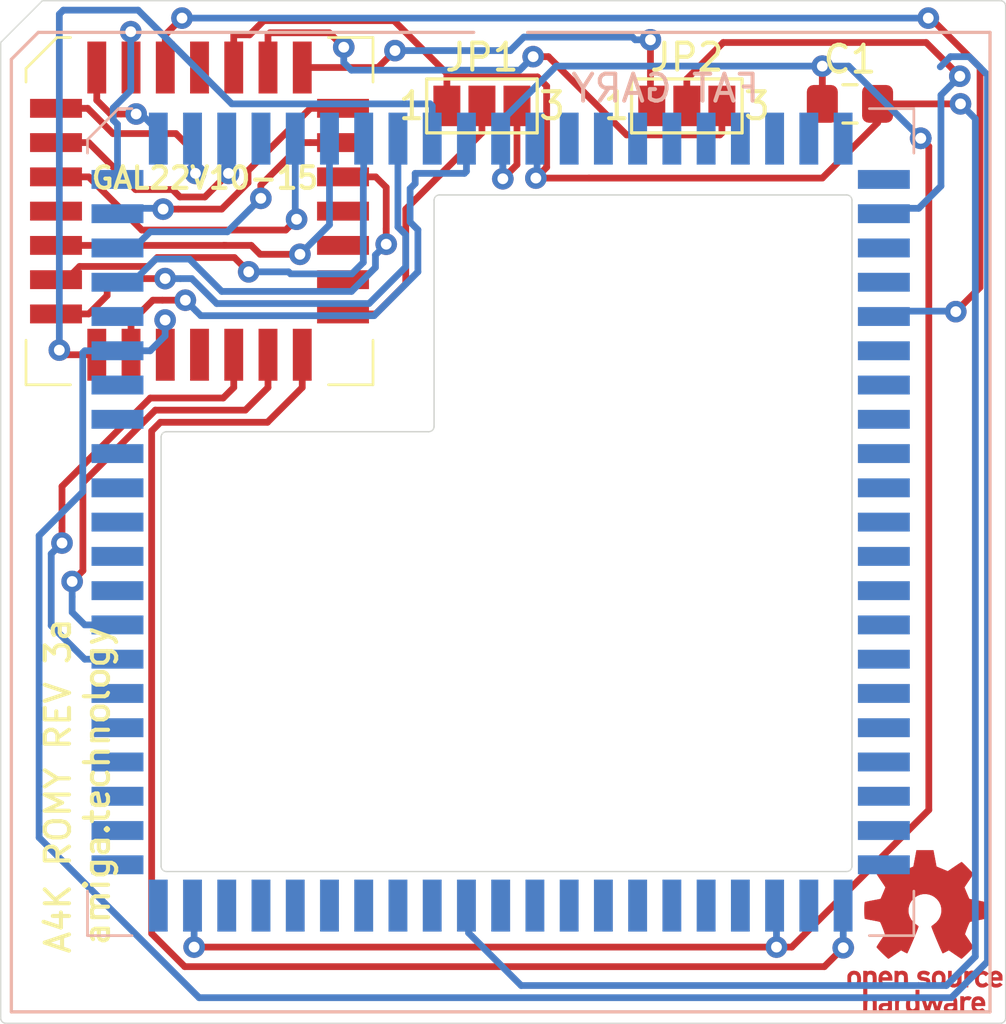
<source format=kicad_pcb>
(kicad_pcb (version 20171130) (host pcbnew 5.1.5+dfsg1-2build2)

  (general
    (thickness 1.6)
    (drawings 21)
    (tracks 314)
    (zones 0)
    (modules 6)
    (nets 90)
  )

  (page A4)
  (layers
    (0 F.Cu signal)
    (31 B.Cu signal hide)
    (32 B.Adhes user hide)
    (33 F.Adhes user)
    (34 B.Paste user hide)
    (35 F.Paste user)
    (36 B.SilkS user hide)
    (37 F.SilkS user)
    (38 B.Mask user hide)
    (39 F.Mask user)
    (40 Dwgs.User user)
    (41 Cmts.User user)
    (42 Eco1.User user)
    (43 Eco2.User user)
    (44 Edge.Cuts user)
    (45 Margin user)
    (46 B.CrtYd user)
    (47 F.CrtYd user)
    (48 B.Fab user hide)
    (49 F.Fab user)
  )

  (setup
    (last_trace_width 0.25)
    (trace_clearance 0.2)
    (zone_clearance 0.508)
    (zone_45_only no)
    (trace_min 0.2)
    (via_size 0.8)
    (via_drill 0.4)
    (via_min_size 0.4)
    (via_min_drill 0.3)
    (uvia_size 0.3)
    (uvia_drill 0.1)
    (uvias_allowed no)
    (uvia_min_size 0.2)
    (uvia_min_drill 0.1)
    (edge_width 0.05)
    (segment_width 0.2)
    (pcb_text_width 0.3)
    (pcb_text_size 1.5 1.5)
    (mod_edge_width 0.12)
    (mod_text_size 1 1)
    (mod_text_width 0.15)
    (pad_size 1.524 1.524)
    (pad_drill 0.762)
    (pad_to_mask_clearance 0.051)
    (solder_mask_min_width 0.25)
    (aux_axis_origin 0 0)
    (visible_elements FFFFFF7F)
    (pcbplotparams
      (layerselection 0x010fc_ffffffff)
      (usegerberextensions false)
      (usegerberattributes false)
      (usegerberadvancedattributes false)
      (creategerberjobfile false)
      (excludeedgelayer true)
      (linewidth 0.100000)
      (plotframeref false)
      (viasonmask false)
      (mode 1)
      (useauxorigin false)
      (hpglpennumber 1)
      (hpglpenspeed 20)
      (hpglpendiameter 15.000000)
      (psnegative false)
      (psa4output false)
      (plotreference true)
      (plotvalue true)
      (plotinvisibletext false)
      (padsonsilk false)
      (subtractmaskfromsilk false)
      (outputformat 1)
      (mirror false)
      (drillshape 1)
      (scaleselection 1)
      (outputdirectory ""))
  )

  (net 0 "")
  (net 1 "Net-(C1-Pad2)")
  (net 2 "Net-(C1-Pad1)")
  (net 3 "Net-(IC1-Pad25)")
  (net 4 "Net-(IC1-Pad24)")
  (net 5 "Net-(IC1-Pad23)")
  (net 6 "Net-(IC1-Pad22)")
  (net 7 "Net-(IC1-Pad21)")
  (net 8 "Net-(IC1-Pad20)")
  (net 9 "Net-(IC1-Pad19)")
  (net 10 "Net-(IC1-Pad18)")
  (net 11 "Net-(IC1-Pad17)")
  (net 12 "Net-(IC1-Pad16)")
  (net 13 "Net-(IC1-Pad15)")
  (net 14 "Net-(IC1-Pad13)")
  (net 15 "Net-(IC1-Pad12)")
  (net 16 "Net-(IC1-Pad11)")
  (net 17 "Net-(IC1-Pad10)")
  (net 18 "Net-(IC1-Pad9)")
  (net 19 "Net-(IC1-Pad8)")
  (net 20 "Net-(IC1-Pad7)")
  (net 21 "Net-(IC1-Pad6)")
  (net 22 "Net-(IC1-Pad5)")
  (net 23 "Net-(IC1-Pad26)")
  (net 24 "Net-(IC1-Pad27)")
  (net 25 "Net-(IC1-Pad4)")
  (net 26 "Net-(IC1-Pad3)")
  (net 27 "Net-(IC1-Pad2)")
  (net 28 "Net-(IC1-Pad1)")
  (net 29 "Net-(IC2-Pad74)")
  (net 30 "Net-(IC2-Pad73)")
  (net 31 "Net-(IC2-Pad72)")
  (net 32 "Net-(IC2-Pad71)")
  (net 33 "Net-(IC2-Pad69)")
  (net 34 "Net-(IC2-Pad68)")
  (net 35 "Net-(IC2-Pad67)")
  (net 36 "Net-(IC2-Pad66)")
  (net 37 "Net-(IC2-Pad65)")
  (net 38 "Net-(IC2-Pad64)")
  (net 39 "Net-(IC2-Pad63)")
  (net 40 "Net-(IC2-Pad62)")
  (net 41 "Net-(IC2-Pad61)")
  (net 42 "Net-(IC2-Pad60)")
  (net 43 "Net-(IC2-Pad59)")
  (net 44 "Net-(IC2-Pad58)")
  (net 45 "Net-(IC2-Pad57)")
  (net 46 "Net-(IC2-Pad56)")
  (net 47 "Net-(IC2-Pad55)")
  (net 48 "Net-(IC2-Pad54)")
  (net 49 "Net-(IC2-Pad52)")
  (net 50 "Net-(IC2-Pad50)")
  (net 51 "Net-(IC2-Pad49)")
  (net 52 "Net-(IC2-Pad48)")
  (net 53 "Net-(IC2-Pad47)")
  (net 54 "Net-(IC2-Pad46)")
  (net 55 "Net-(IC2-Pad45)")
  (net 56 "Net-(IC2-Pad44)")
  (net 57 "Net-(IC2-Pad43)")
  (net 58 "Net-(IC2-Pad41)")
  (net 59 "Net-(IC2-Pad40)")
  (net 60 "Net-(IC2-Pad39)")
  (net 61 "Net-(IC2-Pad38)")
  (net 62 "Net-(IC2-Pad37)")
  (net 63 "Net-(IC2-Pad36)")
  (net 64 "Net-(IC2-Pad35)")
  (net 65 "Net-(IC2-Pad33)")
  (net 66 "Net-(IC2-Pad32)")
  (net 67 "Net-(IC2-Pad31)")
  (net 68 "Net-(IC2-Pad30)")
  (net 69 "Net-(IC2-Pad29)")
  (net 70 "Net-(IC2-Pad28)")
  (net 71 "Net-(IC2-Pad27)")
  (net 72 "Net-(IC2-Pad24)")
  (net 73 "Net-(IC2-Pad23)")
  (net 74 "Net-(IC2-Pad22)")
  (net 75 "Net-(IC2-Pad21)")
  (net 76 "Net-(IC2-Pad20)")
  (net 77 "Net-(IC2-Pad19)")
  (net 78 "Net-(IC2-Pad18)")
  (net 79 "Net-(IC2-Pad16)")
  (net 80 "Net-(IC2-Pad75)")
  (net 81 "Net-(IC2-Pad76)")
  (net 82 "Net-(IC2-Pad77)")
  (net 83 "Net-(IC2-Pad78)")
  (net 84 "Net-(IC2-Pad79)")
  (net 85 "Net-(IC2-Pad80)")
  (net 86 "Net-(IC2-Pad81)")
  (net 87 "Net-(IC2-Pad82)")
  (net 88 "Net-(IC2-Pad83)")
  (net 89 "Net-(IC2-Pad8)")

  (net_class Default "This is the default net class."
    (clearance 0.2)
    (trace_width 0.25)
    (via_dia 0.8)
    (via_drill 0.4)
    (uvia_dia 0.3)
    (uvia_drill 0.1)
    (add_net "Net-(C1-Pad1)")
    (add_net "Net-(C1-Pad2)")
    (add_net "Net-(IC1-Pad1)")
    (add_net "Net-(IC1-Pad10)")
    (add_net "Net-(IC1-Pad11)")
    (add_net "Net-(IC1-Pad12)")
    (add_net "Net-(IC1-Pad13)")
    (add_net "Net-(IC1-Pad15)")
    (add_net "Net-(IC1-Pad16)")
    (add_net "Net-(IC1-Pad17)")
    (add_net "Net-(IC1-Pad18)")
    (add_net "Net-(IC1-Pad19)")
    (add_net "Net-(IC1-Pad2)")
    (add_net "Net-(IC1-Pad20)")
    (add_net "Net-(IC1-Pad21)")
    (add_net "Net-(IC1-Pad22)")
    (add_net "Net-(IC1-Pad23)")
    (add_net "Net-(IC1-Pad24)")
    (add_net "Net-(IC1-Pad25)")
    (add_net "Net-(IC1-Pad26)")
    (add_net "Net-(IC1-Pad27)")
    (add_net "Net-(IC1-Pad3)")
    (add_net "Net-(IC1-Pad4)")
    (add_net "Net-(IC1-Pad5)")
    (add_net "Net-(IC1-Pad6)")
    (add_net "Net-(IC1-Pad7)")
    (add_net "Net-(IC1-Pad8)")
    (add_net "Net-(IC1-Pad9)")
    (add_net "Net-(IC2-Pad16)")
    (add_net "Net-(IC2-Pad18)")
    (add_net "Net-(IC2-Pad19)")
    (add_net "Net-(IC2-Pad20)")
    (add_net "Net-(IC2-Pad21)")
    (add_net "Net-(IC2-Pad22)")
    (add_net "Net-(IC2-Pad23)")
    (add_net "Net-(IC2-Pad24)")
    (add_net "Net-(IC2-Pad27)")
    (add_net "Net-(IC2-Pad28)")
    (add_net "Net-(IC2-Pad29)")
    (add_net "Net-(IC2-Pad30)")
    (add_net "Net-(IC2-Pad31)")
    (add_net "Net-(IC2-Pad32)")
    (add_net "Net-(IC2-Pad33)")
    (add_net "Net-(IC2-Pad35)")
    (add_net "Net-(IC2-Pad36)")
    (add_net "Net-(IC2-Pad37)")
    (add_net "Net-(IC2-Pad38)")
    (add_net "Net-(IC2-Pad39)")
    (add_net "Net-(IC2-Pad40)")
    (add_net "Net-(IC2-Pad41)")
    (add_net "Net-(IC2-Pad43)")
    (add_net "Net-(IC2-Pad44)")
    (add_net "Net-(IC2-Pad45)")
    (add_net "Net-(IC2-Pad46)")
    (add_net "Net-(IC2-Pad47)")
    (add_net "Net-(IC2-Pad48)")
    (add_net "Net-(IC2-Pad49)")
    (add_net "Net-(IC2-Pad50)")
    (add_net "Net-(IC2-Pad52)")
    (add_net "Net-(IC2-Pad54)")
    (add_net "Net-(IC2-Pad55)")
    (add_net "Net-(IC2-Pad56)")
    (add_net "Net-(IC2-Pad57)")
    (add_net "Net-(IC2-Pad58)")
    (add_net "Net-(IC2-Pad59)")
    (add_net "Net-(IC2-Pad60)")
    (add_net "Net-(IC2-Pad61)")
    (add_net "Net-(IC2-Pad62)")
    (add_net "Net-(IC2-Pad63)")
    (add_net "Net-(IC2-Pad64)")
    (add_net "Net-(IC2-Pad65)")
    (add_net "Net-(IC2-Pad66)")
    (add_net "Net-(IC2-Pad67)")
    (add_net "Net-(IC2-Pad68)")
    (add_net "Net-(IC2-Pad69)")
    (add_net "Net-(IC2-Pad71)")
    (add_net "Net-(IC2-Pad72)")
    (add_net "Net-(IC2-Pad73)")
    (add_net "Net-(IC2-Pad74)")
    (add_net "Net-(IC2-Pad75)")
    (add_net "Net-(IC2-Pad76)")
    (add_net "Net-(IC2-Pad77)")
    (add_net "Net-(IC2-Pad78)")
    (add_net "Net-(IC2-Pad79)")
    (add_net "Net-(IC2-Pad8)")
    (add_net "Net-(IC2-Pad80)")
    (add_net "Net-(IC2-Pad81)")
    (add_net "Net-(IC2-Pad82)")
    (add_net "Net-(IC2-Pad83)")
  )

  (module Symbol:OSHW-Logo_5.7x6mm_Copper locked (layer F.Cu) (tedit 0) (tstamp 5F4D1791)
    (at 106.2 84.925)
    (descr "Open Source Hardware Logo")
    (tags "Logo OSHW")
    (attr virtual)
    (fp_text reference REF** (at 0 0) (layer F.SilkS) hide
      (effects (font (size 1 1) (thickness 0.15)))
    )
    (fp_text value OSHW-Logo_5.7x6mm_Copper (at 0.75 0) (layer F.Fab) hide
      (effects (font (size 1 1) (thickness 0.15)))
    )
    (fp_poly (pts (xy 0.376964 -2.709982) (xy 0.433812 -2.40843) (xy 0.853338 -2.235488) (xy 1.104984 -2.406605)
      (xy 1.175458 -2.45425) (xy 1.239163 -2.49679) (xy 1.293126 -2.532285) (xy 1.334373 -2.55879)
      (xy 1.359934 -2.574364) (xy 1.366895 -2.577722) (xy 1.379435 -2.569086) (xy 1.406231 -2.545208)
      (xy 1.44428 -2.509141) (xy 1.490579 -2.463933) (xy 1.542123 -2.412636) (xy 1.595909 -2.358299)
      (xy 1.648935 -2.303972) (xy 1.698195 -2.252705) (xy 1.740687 -2.207549) (xy 1.773407 -2.171554)
      (xy 1.793351 -2.14777) (xy 1.798119 -2.13981) (xy 1.791257 -2.125135) (xy 1.77202 -2.092986)
      (xy 1.74243 -2.046508) (xy 1.70451 -1.988844) (xy 1.660282 -1.92314) (xy 1.634654 -1.885664)
      (xy 1.587941 -1.817232) (xy 1.546432 -1.75548) (xy 1.51214 -1.703481) (xy 1.48708 -1.664308)
      (xy 1.473264 -1.641035) (xy 1.471188 -1.636145) (xy 1.475895 -1.622245) (xy 1.488723 -1.58985)
      (xy 1.507738 -1.543515) (xy 1.531003 -1.487794) (xy 1.556584 -1.427242) (xy 1.582545 -1.366414)
      (xy 1.60695 -1.309864) (xy 1.627863 -1.262148) (xy 1.643349 -1.227819) (xy 1.651472 -1.211432)
      (xy 1.651952 -1.210788) (xy 1.664707 -1.207659) (xy 1.698677 -1.200679) (xy 1.75034 -1.190533)
      (xy 1.816176 -1.177908) (xy 1.892664 -1.163491) (xy 1.93729 -1.155177) (xy 2.019021 -1.139616)
      (xy 2.092843 -1.124808) (xy 2.155021 -1.111564) (xy 2.201822 -1.100695) (xy 2.229509 -1.093011)
      (xy 2.235074 -1.090573) (xy 2.240526 -1.07407) (xy 2.244924 -1.0368) (xy 2.248272 -0.98312)
      (xy 2.250574 -0.917388) (xy 2.251832 -0.843963) (xy 2.252048 -0.767204) (xy 2.251227 -0.691468)
      (xy 2.249371 -0.621114) (xy 2.246482 -0.5605) (xy 2.242565 -0.513984) (xy 2.237622 -0.485925)
      (xy 2.234657 -0.480084) (xy 2.216934 -0.473083) (xy 2.179381 -0.463073) (xy 2.126964 -0.451231)
      (xy 2.064652 -0.438733) (xy 2.0429 -0.43469) (xy 1.938024 -0.41548) (xy 1.85518 -0.400009)
      (xy 1.79163 -0.387663) (xy 1.744637 -0.377827) (xy 1.711463 -0.369886) (xy 1.689371 -0.363224)
      (xy 1.675624 -0.357227) (xy 1.667484 -0.351281) (xy 1.666345 -0.350106) (xy 1.654977 -0.331174)
      (xy 1.637635 -0.294331) (xy 1.61605 -0.244087) (xy 1.591954 -0.184954) (xy 1.567079 -0.121444)
      (xy 1.543157 -0.058068) (xy 1.521919 0.000662) (xy 1.505097 0.050235) (xy 1.494422 0.086139)
      (xy 1.491627 0.103862) (xy 1.49186 0.104483) (xy 1.501331 0.11897) (xy 1.522818 0.150844)
      (xy 1.554063 0.196789) (xy 1.592807 0.253485) (xy 1.636793 0.317617) (xy 1.649319 0.335842)
      (xy 1.693984 0.401914) (xy 1.733288 0.4622) (xy 1.765088 0.513235) (xy 1.787245 0.55156)
      (xy 1.797617 0.573711) (xy 1.798119 0.576432) (xy 1.789405 0.590736) (xy 1.765325 0.619072)
      (xy 1.728976 0.658396) (xy 1.683453 0.705661) (xy 1.631852 0.757823) (xy 1.577267 0.811835)
      (xy 1.522794 0.864653) (xy 1.471529 0.913231) (xy 1.426567 0.954523) (xy 1.391004 0.985485)
      (xy 1.367935 1.00307) (xy 1.361554 1.005941) (xy 1.346699 0.999178) (xy 1.316286 0.980939)
      (xy 1.275268 0.954297) (xy 1.243709 0.932852) (xy 1.186525 0.893503) (xy 1.118806 0.847171)
      (xy 1.05088 0.800913) (xy 1.014361 0.776155) (xy 0.890752 0.692547) (xy 0.786991 0.74865)
      (xy 0.73972 0.773228) (xy 0.699523 0.792331) (xy 0.672326 0.803227) (xy 0.665402 0.804743)
      (xy 0.657077 0.793549) (xy 0.640654 0.761917) (xy 0.617357 0.712765) (xy 0.588414 0.64901)
      (xy 0.55505 0.573571) (xy 0.518491 0.489364) (xy 0.479964 0.399308) (xy 0.440694 0.306321)
      (xy 0.401908 0.21332) (xy 0.36483 0.123223) (xy 0.330689 0.038948) (xy 0.300708 -0.036587)
      (xy 0.276116 -0.100466) (xy 0.258136 -0.149769) (xy 0.247997 -0.181579) (xy 0.246366 -0.192504)
      (xy 0.259291 -0.206439) (xy 0.287589 -0.22906) (xy 0.325346 -0.255667) (xy 0.328515 -0.257772)
      (xy 0.4261 -0.335886) (xy 0.504786 -0.427018) (xy 0.563891 -0.528255) (xy 0.602732 -0.636682)
      (xy 0.620628 -0.749386) (xy 0.616897 -0.863452) (xy 0.590857 -0.975966) (xy 0.541825 -1.084015)
      (xy 0.5274 -1.107655) (xy 0.452369 -1.203113) (xy 0.36373 -1.279768) (xy 0.264549 -1.33722)
      (xy 0.157895 -1.375071) (xy 0.046836 -1.392922) (xy -0.065561 -1.390375) (xy -0.176227 -1.36703)
      (xy -0.282094 -1.32249) (xy -0.380095 -1.256355) (xy -0.41041 -1.229513) (xy -0.487562 -1.145488)
      (xy -0.543782 -1.057034) (xy -0.582347 -0.957885) (xy -0.603826 -0.859697) (xy -0.609128 -0.749303)
      (xy -0.591448 -0.63836) (xy -0.552581 -0.530619) (xy -0.494323 -0.429831) (xy -0.418469 -0.339744)
      (xy -0.326817 -0.264108) (xy -0.314772 -0.256136) (xy -0.276611 -0.230026) (xy -0.247601 -0.207405)
      (xy -0.233732 -0.192961) (xy -0.233531 -0.192504) (xy -0.236508 -0.176879) (xy -0.248311 -0.141418)
      (xy -0.267714 -0.089038) (xy -0.293488 -0.022655) (xy -0.324409 0.054814) (xy -0.359249 0.14045)
      (xy -0.396783 0.231337) (xy -0.435783 0.324559) (xy -0.475023 0.417197) (xy -0.513276 0.506335)
      (xy -0.549317 0.589055) (xy -0.581917 0.662441) (xy -0.609852 0.723575) (xy -0.631895 0.769541)
      (xy -0.646818 0.797421) (xy -0.652828 0.804743) (xy -0.671191 0.799041) (xy -0.705552 0.783749)
      (xy -0.749984 0.761599) (xy -0.774417 0.74865) (xy -0.878178 0.692547) (xy -1.001787 0.776155)
      (xy -1.064886 0.818987) (xy -1.13397 0.866122) (xy -1.198707 0.910503) (xy -1.231134 0.932852)
      (xy -1.276741 0.963477) (xy -1.31536 0.987747) (xy -1.341952 1.002587) (xy -1.35059 1.005724)
      (xy -1.363161 0.997261) (xy -1.390984 0.973636) (xy -1.431361 0.937302) (xy -1.481595 0.890711)
      (xy -1.538988 0.836317) (xy -1.575286 0.801392) (xy -1.63879 0.738996) (xy -1.693673 0.683188)
      (xy -1.737714 0.636354) (xy -1.768695 0.600882) (xy -1.784398 0.579161) (xy -1.785905 0.574752)
      (xy -1.778914 0.557985) (xy -1.759594 0.524082) (xy -1.730091 0.476476) (xy -1.692545 0.418599)
      (xy -1.6491 0.353884) (xy -1.636745 0.335842) (xy -1.591727 0.270267) (xy -1.55134 0.211228)
      (xy -1.51784 0.162042) (xy -1.493486 0.126028) (xy -1.480536 0.106502) (xy -1.479285 0.104483)
      (xy -1.481156 0.088922) (xy -1.491087 0.054709) (xy -1.507347 0.006355) (xy -1.528205 -0.051629)
      (xy -1.551927 -0.11473) (xy -1.576784 -0.178437) (xy -1.601042 -0.238239) (xy -1.622971 -0.289624)
      (xy -1.640838 -0.328081) (xy -1.652913 -0.349098) (xy -1.653771 -0.350106) (xy -1.661154 -0.356112)
      (xy -1.673625 -0.362052) (xy -1.69392 -0.36854) (xy -1.724778 -0.376191) (xy -1.768934 -0.38562)
      (xy -1.829126 -0.397441) (xy -1.908093 -0.412271) (xy -2.00857 -0.430723) (xy -2.030325 -0.43469)
      (xy -2.094802 -0.447147) (xy -2.151011 -0.459334) (xy -2.193987 -0.470074) (xy -2.21876 -0.478191)
      (xy -2.222082 -0.480084) (xy -2.227556 -0.496862) (xy -2.232006 -0.534355) (xy -2.235428 -0.588206)
      (xy -2.237819 -0.654056) (xy -2.239177 -0.727547) (xy -2.239499 -0.80432) (xy -2.238781 -0.880017)
      (xy -2.237021 -0.95028) (xy -2.234216 -1.01075) (xy -2.230362 -1.05707) (xy -2.225457 -1.084881)
      (xy -2.2225 -1.090573) (xy -2.206037 -1.096314) (xy -2.168551 -1.105655) (xy -2.113775 -1.117785)
      (xy -2.045445 -1.131893) (xy -1.967294 -1.14717) (xy -1.924716 -1.155177) (xy -1.843929 -1.170279)
      (xy -1.771887 -1.18396) (xy -1.712111 -1.195533) (xy -1.668121 -1.204313) (xy -1.643439 -1.209613)
      (xy -1.639377 -1.210788) (xy -1.632511 -1.224035) (xy -1.617998 -1.255943) (xy -1.597771 -1.301953)
      (xy -1.573766 -1.357508) (xy -1.547918 -1.418047) (xy -1.52216 -1.479014) (xy -1.498427 -1.535849)
      (xy -1.478654 -1.583994) (xy -1.464776 -1.61889) (xy -1.458726 -1.635979) (xy -1.458614 -1.636726)
      (xy -1.465472 -1.650207) (xy -1.484698 -1.68123) (xy -1.514272 -1.726711) (xy -1.552173 -1.783568)
      (xy -1.59638 -1.848717) (xy -1.622079 -1.886138) (xy -1.668907 -1.954753) (xy -1.710499 -2.017048)
      (xy -1.744825 -2.069871) (xy -1.769857 -2.110073) (xy -1.783565 -2.1345) (xy -1.785544 -2.139976)
      (xy -1.777034 -2.152722) (xy -1.753507 -2.179937) (xy -1.717968 -2.218572) (xy -1.673423 -2.265577)
      (xy -1.622877 -2.317905) (xy -1.569336 -2.372505) (xy -1.515805 -2.42633) (xy -1.465289 -2.47633)
      (xy -1.420794 -2.519457) (xy -1.385325 -2.552661) (xy -1.361887 -2.572894) (xy -1.354046 -2.577722)
      (xy -1.34128 -2.570933) (xy -1.310744 -2.551858) (xy -1.26541 -2.522439) (xy -1.208244 -2.484619)
      (xy -1.142216 -2.440339) (xy -1.09241 -2.406605) (xy -0.840764 -2.235488) (xy -0.631001 -2.321959)
      (xy -0.421237 -2.40843) (xy -0.364389 -2.709982) (xy -0.30754 -3.011534) (xy 0.320115 -3.011534)
      (xy 0.376964 -2.709982)) (layer F.Cu) (width 0.01))
    (fp_poly (pts (xy 1.79946 1.45803) (xy 1.842711 1.471245) (xy 1.870558 1.487941) (xy 1.879629 1.501145)
      (xy 1.877132 1.516797) (xy 1.860931 1.541385) (xy 1.847232 1.5588) (xy 1.818992 1.590283)
      (xy 1.797775 1.603529) (xy 1.779688 1.602664) (xy 1.726035 1.58901) (xy 1.68663 1.58963)
      (xy 1.654632 1.605104) (xy 1.64389 1.614161) (xy 1.609505 1.646027) (xy 1.609505 2.062179)
      (xy 1.471188 2.062179) (xy 1.471188 1.458614) (xy 1.540347 1.458614) (xy 1.581869 1.460256)
      (xy 1.603291 1.466087) (xy 1.609502 1.477461) (xy 1.609505 1.477798) (xy 1.612439 1.489713)
      (xy 1.625704 1.488159) (xy 1.644084 1.479563) (xy 1.682046 1.463568) (xy 1.712872 1.453945)
      (xy 1.752536 1.451478) (xy 1.79946 1.45803)) (layer F.Cu) (width 0.01))
    (fp_poly (pts (xy -0.754012 1.469002) (xy -0.722717 1.48395) (xy -0.692409 1.505541) (xy -0.669318 1.530391)
      (xy -0.6525 1.562087) (xy -0.641006 1.604214) (xy -0.633891 1.660358) (xy -0.630207 1.734106)
      (xy -0.629008 1.829044) (xy -0.628989 1.838985) (xy -0.628713 2.062179) (xy -0.76703 2.062179)
      (xy -0.76703 1.856418) (xy -0.767128 1.780189) (xy -0.767809 1.724939) (xy -0.769651 1.686501)
      (xy -0.773233 1.660706) (xy -0.779132 1.643384) (xy -0.787927 1.630368) (xy -0.80018 1.617507)
      (xy -0.843047 1.589873) (xy -0.889843 1.584745) (xy -0.934424 1.602217) (xy -0.949928 1.615221)
      (xy -0.96131 1.627447) (xy -0.969481 1.64054) (xy -0.974974 1.658615) (xy -0.97832 1.685787)
      (xy -0.980051 1.72617) (xy -0.980697 1.783879) (xy -0.980792 1.854132) (xy -0.980792 2.062179)
      (xy -1.119109 2.062179) (xy -1.119109 1.458614) (xy -1.04995 1.458614) (xy -1.008428 1.460256)
      (xy -0.987006 1.466087) (xy -0.980795 1.477461) (xy -0.980792 1.477798) (xy -0.97791 1.488938)
      (xy -0.965199 1.487674) (xy -0.939926 1.475434) (xy -0.882605 1.457424) (xy -0.817037 1.455421)
      (xy -0.754012 1.469002)) (layer F.Cu) (width 0.01))
    (fp_poly (pts (xy 2.677898 1.456457) (xy 2.710096 1.464279) (xy 2.771825 1.492921) (xy 2.82461 1.536667)
      (xy 2.861141 1.589117) (xy 2.86616 1.600893) (xy 2.873045 1.63174) (xy 2.877864 1.677371)
      (xy 2.879505 1.723492) (xy 2.879505 1.810693) (xy 2.697178 1.810693) (xy 2.621979 1.810978)
      (xy 2.569003 1.812704) (xy 2.535325 1.817181) (xy 2.51802 1.82572) (xy 2.514163 1.83963)
      (xy 2.520829 1.860222) (xy 2.53277 1.884315) (xy 2.56608 1.924525) (xy 2.612368 1.944558)
      (xy 2.668944 1.943905) (xy 2.733031 1.922101) (xy 2.788417 1.895193) (xy 2.834375 1.931532)
      (xy 2.880333 1.967872) (xy 2.837096 2.007819) (xy 2.779374 2.045563) (xy 2.708386 2.06832)
      (xy 2.632029 2.074688) (xy 2.558199 2.063268) (xy 2.546287 2.059393) (xy 2.481399 2.025506)
      (xy 2.43313 1.974986) (xy 2.400465 1.906325) (xy 2.382385 1.818014) (xy 2.382175 1.816121)
      (xy 2.380556 1.719878) (xy 2.3871 1.685542) (xy 2.514852 1.685542) (xy 2.526584 1.690822)
      (xy 2.558438 1.694867) (xy 2.605397 1.697176) (xy 2.635154 1.697525) (xy 2.690648 1.697306)
      (xy 2.725346 1.695916) (xy 2.743601 1.692251) (xy 2.749766 1.68521) (xy 2.748195 1.67369)
      (xy 2.746878 1.669233) (xy 2.724382 1.627355) (xy 2.689003 1.593604) (xy 2.65778 1.578773)
      (xy 2.616301 1.579668) (xy 2.574269 1.598164) (xy 2.539012 1.628786) (xy 2.517854 1.666062)
      (xy 2.514852 1.685542) (xy 2.3871 1.685542) (xy 2.39669 1.635229) (xy 2.428698 1.564191)
      (xy 2.474701 1.508779) (xy 2.532821 1.471009) (xy 2.60118 1.452896) (xy 2.677898 1.456457)) (layer F.Cu) (width 0.01))
    (fp_poly (pts (xy 2.217226 1.46388) (xy 2.29008 1.49483) (xy 2.313027 1.509895) (xy 2.342354 1.533048)
      (xy 2.360764 1.551253) (xy 2.363961 1.557183) (xy 2.354935 1.57034) (xy 2.331837 1.592667)
      (xy 2.313344 1.60825) (xy 2.262728 1.648926) (xy 2.22276 1.615295) (xy 2.191874 1.593584)
      (xy 2.161759 1.58609) (xy 2.127292 1.58792) (xy 2.072561 1.601528) (xy 2.034886 1.629772)
      (xy 2.011991 1.675433) (xy 2.001597 1.741289) (xy 2.001595 1.741331) (xy 2.002494 1.814939)
      (xy 2.016463 1.868946) (xy 2.044328 1.905716) (xy 2.063325 1.918168) (xy 2.113776 1.933673)
      (xy 2.167663 1.933683) (xy 2.214546 1.918638) (xy 2.225644 1.911287) (xy 2.253476 1.892511)
      (xy 2.275236 1.889434) (xy 2.298704 1.903409) (xy 2.324649 1.92851) (xy 2.365716 1.97088)
      (xy 2.320121 2.008464) (xy 2.249674 2.050882) (xy 2.170233 2.071785) (xy 2.087215 2.070272)
      (xy 2.032694 2.056411) (xy 1.96897 2.022135) (xy 1.918005 1.968212) (xy 1.894851 1.930149)
      (xy 1.876099 1.875536) (xy 1.866715 1.806369) (xy 1.866643 1.731407) (xy 1.875824 1.659409)
      (xy 1.894199 1.599137) (xy 1.897093 1.592958) (xy 1.939952 1.532351) (xy 1.997979 1.488224)
      (xy 2.066591 1.461493) (xy 2.141201 1.453073) (xy 2.217226 1.46388)) (layer F.Cu) (width 0.01))
    (fp_poly (pts (xy 0.993367 1.654342) (xy 0.994555 1.746563) (xy 0.998897 1.81661) (xy 1.007558 1.867381)
      (xy 1.021704 1.901772) (xy 1.0425 1.922679) (xy 1.07111 1.933) (xy 1.106535 1.935636)
      (xy 1.143636 1.932682) (xy 1.171818 1.921889) (xy 1.192243 1.90036) (xy 1.206079 1.865199)
      (xy 1.214491 1.81351) (xy 1.218643 1.742394) (xy 1.219703 1.654342) (xy 1.219703 1.458614)
      (xy 1.35802 1.458614) (xy 1.35802 2.062179) (xy 1.288862 2.062179) (xy 1.24717 2.060489)
      (xy 1.225701 2.054556) (xy 1.219703 2.043293) (xy 1.216091 2.033261) (xy 1.201714 2.035383)
      (xy 1.172736 2.04958) (xy 1.106319 2.07148) (xy 1.035875 2.069928) (xy 0.968377 2.046147)
      (xy 0.936233 2.027362) (xy 0.911715 2.007022) (xy 0.893804 1.981573) (xy 0.881479 1.947458)
      (xy 0.873723 1.901121) (xy 0.869516 1.839007) (xy 0.86784 1.757561) (xy 0.867624 1.694578)
      (xy 0.867624 1.458614) (xy 0.993367 1.458614) (xy 0.993367 1.654342)) (layer F.Cu) (width 0.01))
    (fp_poly (pts (xy 0.610762 1.466055) (xy 0.674363 1.500692) (xy 0.724123 1.555372) (xy 0.747568 1.599842)
      (xy 0.757634 1.639121) (xy 0.764156 1.695116) (xy 0.766951 1.759621) (xy 0.765836 1.824429)
      (xy 0.760626 1.881334) (xy 0.754541 1.911727) (xy 0.734014 1.953306) (xy 0.698463 1.997468)
      (xy 0.655619 2.036087) (xy 0.613211 2.061034) (xy 0.612177 2.06143) (xy 0.559553 2.072331)
      (xy 0.497188 2.072601) (xy 0.437924 2.062676) (xy 0.41504 2.054722) (xy 0.356102 2.0213)
      (xy 0.31389 1.977511) (xy 0.286156 1.919538) (xy 0.270651 1.843565) (xy 0.267143 1.803771)
      (xy 0.26759 1.753766) (xy 0.402376 1.753766) (xy 0.406917 1.826732) (xy 0.419986 1.882334)
      (xy 0.440756 1.917861) (xy 0.455552 1.92802) (xy 0.493464 1.935104) (xy 0.538527 1.933007)
      (xy 0.577487 1.922812) (xy 0.587704 1.917204) (xy 0.614659 1.884538) (xy 0.632451 1.834545)
      (xy 0.640024 1.773705) (xy 0.636325 1.708497) (xy 0.628057 1.669253) (xy 0.60432 1.623805)
      (xy 0.566849 1.595396) (xy 0.52172 1.585573) (xy 0.475011 1.595887) (xy 0.439132 1.621112)
      (xy 0.420277 1.641925) (xy 0.409272 1.662439) (xy 0.404026 1.690203) (xy 0.402449 1.732762)
      (xy 0.402376 1.753766) (xy 0.26759 1.753766) (xy 0.268094 1.69758) (xy 0.285388 1.610501)
      (xy 0.319029 1.54253) (xy 0.369018 1.493664) (xy 0.435356 1.463899) (xy 0.449601 1.460448)
      (xy 0.53521 1.452345) (xy 0.610762 1.466055)) (layer F.Cu) (width 0.01))
    (fp_poly (pts (xy 0.014017 1.456452) (xy 0.061634 1.465482) (xy 0.111034 1.48437) (xy 0.116312 1.486777)
      (xy 0.153774 1.506476) (xy 0.179717 1.524781) (xy 0.188103 1.536508) (xy 0.180117 1.555632)
      (xy 0.16072 1.58385) (xy 0.15211 1.594384) (xy 0.116628 1.635847) (xy 0.070885 1.608858)
      (xy 0.02735 1.590878) (xy -0.02295 1.581267) (xy -0.071188 1.58066) (xy -0.108533 1.589691)
      (xy -0.117495 1.595327) (xy -0.134563 1.621171) (xy -0.136637 1.650941) (xy -0.123866 1.674197)
      (xy -0.116312 1.678708) (xy -0.093675 1.684309) (xy -0.053885 1.690892) (xy -0.004834 1.697183)
      (xy 0.004215 1.69817) (xy 0.082996 1.711798) (xy 0.140136 1.734946) (xy 0.17803 1.769752)
      (xy 0.199079 1.818354) (xy 0.205635 1.877718) (xy 0.196577 1.945198) (xy 0.167164 1.998188)
      (xy 0.117278 2.036783) (xy 0.0468 2.061081) (xy -0.031435 2.070667) (xy -0.095234 2.070552)
      (xy -0.146984 2.061845) (xy -0.182327 2.049825) (xy -0.226983 2.02888) (xy -0.268253 2.004574)
      (xy -0.282921 1.993876) (xy -0.320643 1.963084) (xy -0.275148 1.917049) (xy -0.229653 1.871013)
      (xy -0.177928 1.905243) (xy -0.126048 1.930952) (xy -0.070649 1.944399) (xy -0.017395 1.945818)
      (xy 0.028049 1.935443) (xy 0.060016 1.913507) (xy 0.070338 1.894998) (xy 0.068789 1.865314)
      (xy 0.04314 1.842615) (xy -0.00654 1.82694) (xy -0.060969 1.819695) (xy -0.144736 1.805873)
      (xy -0.206967 1.779796) (xy -0.248493 1.740699) (xy -0.270147 1.68782) (xy -0.273147 1.625126)
      (xy -0.258329 1.559642) (xy -0.224546 1.510144) (xy -0.171495 1.476408) (xy -0.098874 1.458207)
      (xy -0.045072 1.454639) (xy 0.014017 1.456452)) (layer F.Cu) (width 0.01))
    (fp_poly (pts (xy -1.356699 1.472614) (xy -1.344168 1.478514) (xy -1.300799 1.510283) (xy -1.25979 1.556646)
      (xy -1.229168 1.607696) (xy -1.220459 1.631166) (xy -1.212512 1.673091) (xy -1.207774 1.723757)
      (xy -1.207199 1.744679) (xy -1.207129 1.810693) (xy -1.587083 1.810693) (xy -1.578983 1.845273)
      (xy -1.559104 1.88617) (xy -1.524347 1.921514) (xy -1.482998 1.944282) (xy -1.456649 1.94901)
      (xy -1.420916 1.943273) (xy -1.378282 1.928882) (xy -1.363799 1.922262) (xy -1.31024 1.895513)
      (xy -1.264533 1.930376) (xy -1.238158 1.953955) (xy -1.224124 1.973417) (xy -1.223414 1.979129)
      (xy -1.235951 1.992973) (xy -1.263428 2.014012) (xy -1.288366 2.030425) (xy -1.355664 2.05993)
      (xy -1.43111 2.073284) (xy -1.505888 2.069812) (xy -1.565495 2.051663) (xy -1.626941 2.012784)
      (xy -1.670608 1.961595) (xy -1.697926 1.895367) (xy -1.710322 1.811371) (xy -1.711421 1.772936)
      (xy -1.707022 1.684861) (xy -1.706482 1.682299) (xy -1.580582 1.682299) (xy -1.577115 1.690558)
      (xy -1.562863 1.695113) (xy -1.53347 1.697065) (xy -1.484575 1.697517) (xy -1.465748 1.697525)
      (xy -1.408467 1.696843) (xy -1.372141 1.694364) (xy -1.352604 1.689443) (xy -1.34569 1.681434)
      (xy -1.345445 1.678862) (xy -1.353336 1.658423) (xy -1.373085 1.629789) (xy -1.381575 1.619763)
      (xy -1.413094 1.591408) (xy -1.445949 1.580259) (xy -1.463651 1.579327) (xy -1.511539 1.590981)
      (xy -1.551699 1.622285) (xy -1.577173 1.667752) (xy -1.577625 1.669233) (xy -1.580582 1.682299)
      (xy -1.706482 1.682299) (xy -1.692392 1.61551) (xy -1.666038 1.560025) (xy -1.633807 1.520639)
      (xy -1.574217 1.477931) (xy -1.504168 1.455109) (xy -1.429661 1.453046) (xy -1.356699 1.472614)) (layer F.Cu) (width 0.01))
    (fp_poly (pts (xy -2.538261 1.465148) (xy -2.472479 1.494231) (xy -2.42254 1.542793) (xy -2.388374 1.610908)
      (xy -2.369907 1.698651) (xy -2.368583 1.712351) (xy -2.367546 1.808939) (xy -2.380993 1.893602)
      (xy -2.408108 1.962221) (xy -2.422627 1.984294) (xy -2.473201 2.031011) (xy -2.537609 2.061268)
      (xy -2.609666 2.073824) (xy -2.683185 2.067439) (xy -2.739072 2.047772) (xy -2.787132 2.014629)
      (xy -2.826412 1.971175) (xy -2.827092 1.970158) (xy -2.843044 1.943338) (xy -2.85341 1.916368)
      (xy -2.859688 1.882332) (xy -2.863373 1.83431) (xy -2.864997 1.794931) (xy -2.865672 1.759219)
      (xy -2.739955 1.759219) (xy -2.738726 1.79477) (xy -2.734266 1.842094) (xy -2.726397 1.872465)
      (xy -2.712207 1.894072) (xy -2.698917 1.906694) (xy -2.651802 1.933122) (xy -2.602505 1.936653)
      (xy -2.556593 1.917639) (xy -2.533638 1.896331) (xy -2.517096 1.874859) (xy -2.507421 1.854313)
      (xy -2.503174 1.827574) (xy -2.50292 1.787523) (xy -2.504228 1.750638) (xy -2.507043 1.697947)
      (xy -2.511505 1.663772) (xy -2.519548 1.64148) (xy -2.533103 1.624442) (xy -2.543845 1.614703)
      (xy -2.588777 1.589123) (xy -2.637249 1.587847) (xy -2.677894 1.602999) (xy -2.712567 1.634642)
      (xy -2.733224 1.68662) (xy -2.739955 1.759219) (xy -2.865672 1.759219) (xy -2.866479 1.716621)
      (xy -2.863948 1.658056) (xy -2.856362 1.614007) (xy -2.842681 1.579248) (xy -2.821865 1.548551)
      (xy -2.814147 1.539436) (xy -2.765889 1.494021) (xy -2.714128 1.467493) (xy -2.650828 1.456379)
      (xy -2.619961 1.455471) (xy -2.538261 1.465148)) (layer F.Cu) (width 0.01))
    (fp_poly (pts (xy 2.032581 2.40497) (xy 2.092685 2.420597) (xy 2.143021 2.452848) (xy 2.167393 2.47694)
      (xy 2.207345 2.533895) (xy 2.230242 2.599965) (xy 2.238108 2.681182) (xy 2.238148 2.687748)
      (xy 2.238218 2.753763) (xy 1.858264 2.753763) (xy 1.866363 2.788342) (xy 1.880987 2.819659)
      (xy 1.906581 2.852291) (xy 1.911935 2.8575) (xy 1.957943 2.885694) (xy 2.01041 2.890475)
      (xy 2.070803 2.871926) (xy 2.08104 2.866931) (xy 2.112439 2.851745) (xy 2.13347 2.843094)
      (xy 2.137139 2.842293) (xy 2.149948 2.850063) (xy 2.174378 2.869072) (xy 2.186779 2.87946)
      (xy 2.212476 2.903321) (xy 2.220915 2.919077) (xy 2.215058 2.933571) (xy 2.211928 2.937534)
      (xy 2.190725 2.954879) (xy 2.155738 2.975959) (xy 2.131337 2.988265) (xy 2.062072 3.009946)
      (xy 1.985388 3.016971) (xy 1.912765 3.008647) (xy 1.892426 3.002686) (xy 1.829476 2.968952)
      (xy 1.782815 2.917045) (xy 1.752173 2.846459) (xy 1.737282 2.756692) (xy 1.735647 2.709753)
      (xy 1.740421 2.641413) (xy 1.86099 2.641413) (xy 1.872652 2.646465) (xy 1.903998 2.650429)
      (xy 1.949571 2.652768) (xy 1.980446 2.653169) (xy 2.035981 2.652783) (xy 2.071033 2.650975)
      (xy 2.090262 2.646773) (xy 2.09833 2.639203) (xy 2.099901 2.628218) (xy 2.089121 2.594381)
      (xy 2.06198 2.56094) (xy 2.026277 2.535272) (xy 1.99056 2.524772) (xy 1.942048 2.534086)
      (xy 1.900053 2.561013) (xy 1.870936 2.599827) (xy 1.86099 2.641413) (xy 1.740421 2.641413)
      (xy 1.742599 2.610236) (xy 1.764055 2.530949) (xy 1.80047 2.471263) (xy 1.852297 2.430549)
      (xy 1.91999 2.408179) (xy 1.956662 2.403871) (xy 2.032581 2.40497)) (layer F.Cu) (width 0.01))
    (fp_poly (pts (xy 1.635255 2.401486) (xy 1.683595 2.411015) (xy 1.711114 2.425125) (xy 1.740064 2.448568)
      (xy 1.698876 2.500571) (xy 1.673482 2.532064) (xy 1.656238 2.547428) (xy 1.639102 2.549776)
      (xy 1.614027 2.542217) (xy 1.602257 2.537941) (xy 1.55427 2.531631) (xy 1.510324 2.545156)
      (xy 1.47806 2.57571) (xy 1.472819 2.585452) (xy 1.467112 2.611258) (xy 1.462706 2.658817)
      (xy 1.459811 2.724758) (xy 1.458631 2.80571) (xy 1.458614 2.817226) (xy 1.458614 3.017822)
      (xy 1.320297 3.017822) (xy 1.320297 2.401683) (xy 1.389456 2.401683) (xy 1.429333 2.402725)
      (xy 1.450107 2.407358) (xy 1.457789 2.417849) (xy 1.458614 2.427745) (xy 1.458614 2.453806)
      (xy 1.491745 2.427745) (xy 1.529735 2.409965) (xy 1.58077 2.401174) (xy 1.635255 2.401486)) (layer F.Cu) (width 0.01))
    (fp_poly (pts (xy 1.038411 2.405417) (xy 1.091411 2.41829) (xy 1.106731 2.42511) (xy 1.136428 2.442974)
      (xy 1.15922 2.463093) (xy 1.176083 2.488962) (xy 1.187998 2.524073) (xy 1.195942 2.57192)
      (xy 1.200894 2.635996) (xy 1.203831 2.719794) (xy 1.204947 2.775768) (xy 1.209052 3.017822)
      (xy 1.138932 3.017822) (xy 1.096393 3.016038) (xy 1.074476 3.009942) (xy 1.068812 2.999706)
      (xy 1.065821 2.988637) (xy 1.052451 2.990754) (xy 1.034233 2.999629) (xy 0.988624 3.013233)
      (xy 0.930007 3.016899) (xy 0.868354 3.010903) (xy 0.813638 2.995521) (xy 0.80873 2.993386)
      (xy 0.758723 2.958255) (xy 0.725756 2.909419) (xy 0.710587 2.852333) (xy 0.711746 2.831824)
      (xy 0.835508 2.831824) (xy 0.846413 2.859425) (xy 0.878745 2.879204) (xy 0.93091 2.889819)
      (xy 0.958787 2.891228) (xy 1.005247 2.88762) (xy 1.036129 2.873597) (xy 1.043664 2.866931)
      (xy 1.064076 2.830666) (xy 1.068812 2.797773) (xy 1.068812 2.753763) (xy 1.007513 2.753763)
      (xy 0.936256 2.757395) (xy 0.886276 2.768818) (xy 0.854696 2.788824) (xy 0.847626 2.797743)
      (xy 0.835508 2.831824) (xy 0.711746 2.831824) (xy 0.713971 2.792456) (xy 0.736663 2.735244)
      (xy 0.767624 2.69658) (xy 0.786376 2.679864) (xy 0.804733 2.668878) (xy 0.828619 2.66218)
      (xy 0.863957 2.658326) (xy 0.916669 2.655873) (xy 0.937577 2.655168) (xy 1.068812 2.650879)
      (xy 1.06862 2.611158) (xy 1.063537 2.569405) (xy 1.045162 2.544158) (xy 1.008039 2.52803)
      (xy 1.007043 2.527742) (xy 0.95441 2.5214) (xy 0.902906 2.529684) (xy 0.86463 2.549827)
      (xy 0.849272 2.559773) (xy 0.83273 2.558397) (xy 0.807275 2.543987) (xy 0.792328 2.533817)
      (xy 0.763091 2.512088) (xy 0.74498 2.4958) (xy 0.742074 2.491137) (xy 0.75404 2.467005)
      (xy 0.789396 2.438185) (xy 0.804753 2.428461) (xy 0.848901 2.411714) (xy 0.908398 2.402227)
      (xy 0.974487 2.400095) (xy 1.038411 2.405417)) (layer F.Cu) (width 0.01))
    (fp_poly (pts (xy 0.281524 2.404237) (xy 0.331255 2.407971) (xy 0.461291 2.797773) (xy 0.481678 2.728614)
      (xy 0.493946 2.685874) (xy 0.510085 2.628115) (xy 0.527512 2.564625) (xy 0.536726 2.53057)
      (xy 0.571388 2.401683) (xy 0.714391 2.401683) (xy 0.671646 2.536857) (xy 0.650596 2.603342)
      (xy 0.625167 2.683539) (xy 0.59861 2.767193) (xy 0.574902 2.841782) (xy 0.520902 3.011535)
      (xy 0.462598 3.015328) (xy 0.404295 3.019122) (xy 0.372679 2.914734) (xy 0.353182 2.849889)
      (xy 0.331904 2.7784) (xy 0.313308 2.715263) (xy 0.312574 2.71275) (xy 0.298684 2.669969)
      (xy 0.286429 2.640779) (xy 0.277846 2.629741) (xy 0.276082 2.631018) (xy 0.269891 2.64813)
      (xy 0.258128 2.684787) (xy 0.242225 2.736378) (xy 0.223614 2.798294) (xy 0.213543 2.832352)
      (xy 0.159007 3.017822) (xy 0.043264 3.017822) (xy -0.049263 2.725471) (xy -0.075256 2.643462)
      (xy -0.098934 2.568987) (xy -0.11918 2.505544) (xy -0.134874 2.456632) (xy -0.144898 2.425749)
      (xy -0.147945 2.416726) (xy -0.145533 2.407487) (xy -0.126592 2.403441) (xy -0.087177 2.403846)
      (xy -0.081007 2.404152) (xy -0.007914 2.407971) (xy 0.039957 2.58401) (xy 0.057553 2.648211)
      (xy 0.073277 2.704649) (xy 0.085746 2.748422) (xy 0.093574 2.77463) (xy 0.09502 2.778903)
      (xy 0.101014 2.77399) (xy 0.113101 2.748532) (xy 0.129893 2.705997) (xy 0.150003 2.64985)
      (xy 0.167003 2.59913) (xy 0.231794 2.400504) (xy 0.281524 2.404237)) (layer F.Cu) (width 0.01))
    (fp_poly (pts (xy -0.201188 3.017822) (xy -0.270346 3.017822) (xy -0.310488 3.016645) (xy -0.331394 3.011772)
      (xy -0.338922 3.001186) (xy -0.339505 2.994029) (xy -0.340774 2.979676) (xy -0.348779 2.976923)
      (xy -0.369815 2.985771) (xy -0.386173 2.994029) (xy -0.448977 3.013597) (xy -0.517248 3.014729)
      (xy -0.572752 3.000135) (xy -0.624438 2.964877) (xy -0.663838 2.912835) (xy -0.685413 2.85145)
      (xy -0.685962 2.848018) (xy -0.689167 2.810571) (xy -0.690761 2.756813) (xy -0.690633 2.716155)
      (xy -0.553279 2.716155) (xy -0.550097 2.770194) (xy -0.542859 2.814735) (xy -0.53306 2.839888)
      (xy -0.495989 2.87426) (xy -0.451974 2.886582) (xy -0.406584 2.876618) (xy -0.367797 2.846895)
      (xy -0.353108 2.826905) (xy -0.344519 2.80305) (xy -0.340496 2.76823) (xy -0.339505 2.71593)
      (xy -0.341278 2.664139) (xy -0.345963 2.618634) (xy -0.352603 2.588181) (xy -0.35371 2.585452)
      (xy -0.380491 2.553) (xy -0.419579 2.535183) (xy -0.463315 2.532306) (xy -0.504038 2.544674)
      (xy -0.534087 2.572593) (xy -0.537204 2.578148) (xy -0.546961 2.612022) (xy -0.552277 2.660728)
      (xy -0.553279 2.716155) (xy -0.690633 2.716155) (xy -0.690568 2.69554) (xy -0.689664 2.662563)
      (xy -0.683514 2.580981) (xy -0.670733 2.51973) (xy -0.649471 2.474449) (xy -0.617878 2.440779)
      (xy -0.587207 2.421014) (xy -0.544354 2.40712) (xy -0.491056 2.402354) (xy -0.43648 2.406236)
      (xy -0.389792 2.418282) (xy -0.365124 2.432693) (xy -0.339505 2.455878) (xy -0.339505 2.162773)
      (xy -0.201188 2.162773) (xy -0.201188 3.017822)) (layer F.Cu) (width 0.01))
    (fp_poly (pts (xy -0.993356 2.40302) (xy -0.974539 2.40866) (xy -0.968473 2.421053) (xy -0.968218 2.426647)
      (xy -0.967129 2.44223) (xy -0.959632 2.444676) (xy -0.939381 2.433993) (xy -0.927351 2.426694)
      (xy -0.8894 2.411063) (xy -0.844072 2.403334) (xy -0.796544 2.40274) (xy -0.751995 2.408513)
      (xy -0.715602 2.419884) (xy -0.692543 2.436088) (xy -0.687996 2.456355) (xy -0.690291 2.461843)
      (xy -0.70702 2.484626) (xy -0.732963 2.512647) (xy -0.737655 2.517177) (xy -0.762383 2.538005)
      (xy -0.783718 2.544735) (xy -0.813555 2.540038) (xy -0.825508 2.536917) (xy -0.862705 2.529421)
      (xy -0.888859 2.532792) (xy -0.910946 2.544681) (xy -0.931178 2.560635) (xy -0.946079 2.5807)
      (xy -0.956434 2.608702) (xy -0.963029 2.648467) (xy -0.966649 2.703823) (xy -0.968078 2.778594)
      (xy -0.968218 2.82374) (xy -0.968218 3.017822) (xy -1.09396 3.017822) (xy -1.09396 2.401683)
      (xy -1.031089 2.401683) (xy -0.993356 2.40302)) (layer F.Cu) (width 0.01))
    (fp_poly (pts (xy -1.38421 2.406555) (xy -1.325055 2.422339) (xy -1.280023 2.450948) (xy -1.248246 2.488419)
      (xy -1.238366 2.504411) (xy -1.231073 2.521163) (xy -1.225974 2.542592) (xy -1.222679 2.572616)
      (xy -1.220797 2.615154) (xy -1.219937 2.674122) (xy -1.219707 2.75344) (xy -1.219703 2.774484)
      (xy -1.219703 3.017822) (xy -1.280059 3.017822) (xy -1.318557 3.015126) (xy -1.347023 3.008295)
      (xy -1.354155 3.004083) (xy -1.373652 2.996813) (xy -1.393566 3.004083) (xy -1.426353 3.01316)
      (xy -1.473978 3.016813) (xy -1.526764 3.015228) (xy -1.575036 3.008589) (xy -1.603218 3.000072)
      (xy -1.657753 2.965063) (xy -1.691835 2.916479) (xy -1.707157 2.851882) (xy -1.707299 2.850223)
      (xy -1.705955 2.821566) (xy -1.584356 2.821566) (xy -1.573726 2.854161) (xy -1.55641 2.872505)
      (xy -1.521652 2.886379) (xy -1.475773 2.891917) (xy -1.428988 2.889191) (xy -1.391514 2.878274)
      (xy -1.381015 2.871269) (xy -1.362668 2.838904) (xy -1.35802 2.802111) (xy -1.35802 2.753763)
      (xy -1.427582 2.753763) (xy -1.493667 2.75885) (xy -1.543764 2.773263) (xy -1.574929 2.795729)
      (xy -1.584356 2.821566) (xy -1.705955 2.821566) (xy -1.703987 2.779647) (xy -1.68071 2.723845)
      (xy -1.636948 2.681647) (xy -1.630899 2.677808) (xy -1.604907 2.665309) (xy -1.572735 2.65774)
      (xy -1.52776 2.654061) (xy -1.474331 2.653216) (xy -1.35802 2.653169) (xy -1.35802 2.604411)
      (xy -1.362953 2.566581) (xy -1.375543 2.541236) (xy -1.377017 2.539887) (xy -1.405034 2.5288)
      (xy -1.447326 2.524503) (xy -1.494064 2.526615) (xy -1.535418 2.534756) (xy -1.559957 2.546965)
      (xy -1.573253 2.556746) (xy -1.587294 2.558613) (xy -1.606671 2.5506) (xy -1.635976 2.530739)
      (xy -1.679803 2.497063) (xy -1.683825 2.493909) (xy -1.681764 2.482236) (xy -1.664568 2.462822)
      (xy -1.638433 2.441248) (xy -1.609552 2.423096) (xy -1.600478 2.418809) (xy -1.56738 2.410256)
      (xy -1.51888 2.404155) (xy -1.464695 2.401708) (xy -1.462161 2.401703) (xy -1.38421 2.406555)) (layer F.Cu) (width 0.01))
    (fp_poly (pts (xy -1.908759 1.469184) (xy -1.882247 1.482282) (xy -1.849553 1.505106) (xy -1.825725 1.529996)
      (xy -1.809406 1.561249) (xy -1.79924 1.603166) (xy -1.793872 1.660044) (xy -1.791944 1.736184)
      (xy -1.791831 1.768917) (xy -1.792161 1.840656) (xy -1.793527 1.891927) (xy -1.7965 1.927404)
      (xy -1.801649 1.951763) (xy -1.809543 1.96968) (xy -1.817757 1.981902) (xy -1.870187 2.033905)
      (xy -1.93193 2.065184) (xy -1.998536 2.074592) (xy -2.065558 2.06098) (xy -2.086792 2.051354)
      (xy -2.137624 2.024859) (xy -2.137624 2.440052) (xy -2.100525 2.420868) (xy -2.051643 2.406025)
      (xy -1.991561 2.402222) (xy -1.931564 2.409243) (xy -1.886256 2.425013) (xy -1.848675 2.455047)
      (xy -1.816564 2.498024) (xy -1.81415 2.502436) (xy -1.803967 2.523221) (xy -1.79653 2.54417)
      (xy -1.791411 2.569548) (xy -1.788181 2.603618) (xy -1.786413 2.650641) (xy -1.785677 2.714882)
      (xy -1.785544 2.787176) (xy -1.785544 3.017822) (xy -1.923861 3.017822) (xy -1.923861 2.592533)
      (xy -1.962549 2.559979) (xy -2.002738 2.53394) (xy -2.040797 2.529205) (xy -2.079066 2.541389)
      (xy -2.099462 2.55332) (xy -2.114642 2.570313) (xy -2.125438 2.595995) (xy -2.132683 2.633991)
      (xy -2.137208 2.687926) (xy -2.139844 2.761425) (xy -2.140772 2.810347) (xy -2.143911 3.011535)
      (xy -2.209926 3.015336) (xy -2.27594 3.019136) (xy -2.27594 1.77065) (xy -2.137624 1.77065)
      (xy -2.134097 1.840254) (xy -2.122215 1.888569) (xy -2.10002 1.918631) (xy -2.065559 1.933471)
      (xy -2.030742 1.936436) (xy -1.991329 1.933028) (xy -1.965171 1.919617) (xy -1.948814 1.901896)
      (xy -1.935937 1.882835) (xy -1.928272 1.861601) (xy -1.924861 1.831849) (xy -1.924749 1.787236)
      (xy -1.925897 1.74988) (xy -1.928532 1.693604) (xy -1.932456 1.656658) (xy -1.939063 1.633223)
      (xy -1.949749 1.61748) (xy -1.959833 1.60838) (xy -2.00197 1.588537) (xy -2.05184 1.585332)
      (xy -2.080476 1.592168) (xy -2.108828 1.616464) (xy -2.127609 1.663728) (xy -2.136712 1.733624)
      (xy -2.137624 1.77065) (xy -2.27594 1.77065) (xy -2.27594 1.458614) (xy -2.206782 1.458614)
      (xy -2.16526 1.460256) (xy -2.143838 1.466087) (xy -2.137626 1.477461) (xy -2.137624 1.477798)
      (xy -2.134742 1.488938) (xy -2.12203 1.487673) (xy -2.096757 1.475433) (xy -2.037869 1.456707)
      (xy -1.971615 1.454739) (xy -1.908759 1.469184)) (layer F.Cu) (width 0.01))
  )

  (module Stormy:PLCC-84_SMD-Socket_mirrored (layer B.Cu) (tedit 5F4B0E9F) (tstamp 5F4BFF19)
    (at 90.47 69.225 180)
    (descr "PLCC, 84 pins, surface mount")
    (tags "plcc smt")
    (path /5F497FB6)
    (autoplace_cost180 1)
    (attr smd)
    (fp_text reference "FAT GARY" (at -6.105 15.55 180) (layer B.SilkS)
      (effects (font (size 1 1) (thickness 0.15)) (justify mirror))
    )
    (fp_text value FAT_GARY (at 0 -17.571 180) (layer B.Fab)
      (effects (font (size 1 1) (thickness 0.15)) (justify mirror))
    )
    (fp_line (start 17 17.475) (end 18 16.475) (layer B.Fab) (width 0.1))
    (fp_line (start 18 16.475) (end 18 -18.525) (layer B.Fab) (width 0.1))
    (fp_line (start 18 -18.525) (end -18 -18.525) (layer B.Fab) (width 0.1))
    (fp_line (start -18 -18.525) (end -18 17.475) (layer B.Fab) (width 0.1))
    (fp_line (start -18 17.475) (end 17 17.475) (layer B.Fab) (width 0.1))
    (fp_line (start 18.5 17.975) (end 18.5 -19.025) (layer B.CrtYd) (width 0.05))
    (fp_line (start 18.5 -19.025) (end -18.5 -19.025) (layer B.CrtYd) (width 0.05))
    (fp_line (start -18.5 -19.025) (end -18.5 17.975) (layer B.CrtYd) (width 0.05))
    (fp_line (start -18.5 17.975) (end 18.5 17.975) (layer B.CrtYd) (width 0.05))
    (fp_line (start 14.175 14.65) (end 15.175 13.65) (layer B.Fab) (width 0.1))
    (fp_line (start 15.175 13.65) (end 15.175 -15.7) (layer B.Fab) (width 0.1))
    (fp_line (start 15.175 -15.7) (end -15.175 -15.7) (layer B.Fab) (width 0.1))
    (fp_line (start -15.175 -15.7) (end -15.175 14.65) (layer B.Fab) (width 0.1))
    (fp_line (start -15.175 14.65) (end 14.175 14.65) (layer B.Fab) (width 0.1))
    (fp_line (start 16.73 16.205) (end 16.73 -17.255) (layer B.Fab) (width 0.1))
    (fp_line (start 16.73 -17.255) (end -16.73 -17.255) (layer B.Fab) (width 0.1))
    (fp_line (start -16.73 -17.255) (end -16.73 16.205) (layer B.Fab) (width 0.1))
    (fp_line (start -16.73 16.205) (end 16.73 16.205) (layer B.Fab) (width 0.1))
    (fp_line (start 0.5 17.475) (end 0 16.475) (layer B.Fab) (width 0.1))
    (fp_line (start 0 16.475) (end -0.5 17.475) (layer B.Fab) (width 0.1))
    (fp_line (start 1 17.625) (end 17.15 17.625) (layer B.SilkS) (width 0.12))
    (fp_line (start 17.15 17.625) (end 18.15 16.625) (layer B.SilkS) (width 0.12))
    (fp_line (start 18.15 16.625) (end 18.15 -18.675) (layer B.SilkS) (width 0.12))
    (fp_line (start 18.15 -18.675) (end -18.15 -18.675) (layer B.SilkS) (width 0.12))
    (fp_line (start -18.15 -18.675) (end -18.15 17.625) (layer B.SilkS) (width 0.12))
    (fp_line (start -18.15 17.625) (end -1 17.625) (layer B.SilkS) (width 0.12))
    (fp_line (start 13.675 14.8) (end 14.175 14.8) (layer B.SilkS) (width 0.1))
    (fp_line (start 14.175 14.8) (end 15.325 13.65) (layer B.SilkS) (width 0.1))
    (fp_line (start 15.325 13.65) (end 15.325 13.15) (layer B.SilkS) (width 0.1))
    (fp_line (start -13.675 14.8) (end -15.325 14.8) (layer B.SilkS) (width 0.1))
    (fp_line (start -15.325 14.8) (end -15.325 13.15) (layer B.SilkS) (width 0.1))
    (fp_line (start 13.675 -15.85) (end 15.325 -15.85) (layer B.SilkS) (width 0.1))
    (fp_line (start 15.325 -15.85) (end 15.325 -14.2) (layer B.SilkS) (width 0.1))
    (fp_line (start -13.675 -15.85) (end -15.325 -15.85) (layer B.SilkS) (width 0.1))
    (fp_line (start -15.325 -15.85) (end -15.325 -14.2) (layer B.SilkS) (width 0.1))
    (fp_text user %R (at 0 -0.525 180) (layer B.Fab)
      (effects (font (size 1 1) (thickness 0.15)) (justify mirror))
    )
    (pad 1 smd rect (at 0 13.6875 180) (size 0.7 1.925) (layers B.Cu B.Paste B.Mask)
      (net 2 "Net-(C1-Pad1)"))
    (pad 2 smd rect (at 1.27 13.6875 180) (size 0.7 1.925) (layers B.Cu B.Paste B.Mask)
      (net 14 "Net-(IC1-Pad13)"))
    (pad 3 smd rect (at 2.54 13.6875 180) (size 0.7 1.925) (layers B.Cu B.Paste B.Mask)
      (net 15 "Net-(IC1-Pad12)"))
    (pad 4 smd rect (at 3.81 13.6875 180) (size 0.7 1.925) (layers B.Cu B.Paste B.Mask)
      (net 16 "Net-(IC1-Pad11)"))
    (pad 5 smd rect (at 5.08 13.6875 180) (size 0.7 1.925) (layers B.Cu B.Paste B.Mask)
      (net 17 "Net-(IC1-Pad10)"))
    (pad 6 smd rect (at 6.35 13.6875 180) (size 0.7 1.925) (layers B.Cu B.Paste B.Mask)
      (net 18 "Net-(IC1-Pad9)"))
    (pad 7 smd rect (at 7.62 13.6875 180) (size 0.7 1.925) (layers B.Cu B.Paste B.Mask)
      (net 20 "Net-(IC1-Pad7)"))
    (pad 8 smd rect (at 8.89 13.6875 180) (size 0.7 1.925) (layers B.Cu B.Paste B.Mask)
      (net 89 "Net-(IC2-Pad8)"))
    (pad 9 smd rect (at 10.16 13.6875 180) (size 0.7 1.925) (layers B.Cu B.Paste B.Mask)
      (net 21 "Net-(IC1-Pad6)"))
    (pad 10 smd rect (at 11.43 13.6875 180) (size 0.7 1.925) (layers B.Cu B.Paste B.Mask)
      (net 22 "Net-(IC1-Pad5)"))
    (pad 11 smd rect (at 12.7 13.6875 180) (size 0.7 1.925) (layers B.Cu B.Paste B.Mask)
      (net 25 "Net-(IC1-Pad4)"))
    (pad 84 smd rect (at -1.27 13.6875 180) (size 0.7 1.925) (layers B.Cu B.Paste B.Mask)
      (net 1 "Net-(C1-Pad2)"))
    (pad 83 smd rect (at -2.54 13.6875 180) (size 0.7 1.925) (layers B.Cu B.Paste B.Mask)
      (net 88 "Net-(IC2-Pad83)"))
    (pad 82 smd rect (at -3.81 13.6875 180) (size 0.7 1.925) (layers B.Cu B.Paste B.Mask)
      (net 87 "Net-(IC2-Pad82)"))
    (pad 81 smd rect (at -5.08 13.6875 180) (size 0.7 1.925) (layers B.Cu B.Paste B.Mask)
      (net 86 "Net-(IC2-Pad81)"))
    (pad 80 smd rect (at -6.35 13.6875 180) (size 0.7 1.925) (layers B.Cu B.Paste B.Mask)
      (net 85 "Net-(IC2-Pad80)"))
    (pad 79 smd rect (at -7.62 13.6875 180) (size 0.7 1.925) (layers B.Cu B.Paste B.Mask)
      (net 84 "Net-(IC2-Pad79)"))
    (pad 78 smd rect (at -8.89 13.6875 180) (size 0.7 1.925) (layers B.Cu B.Paste B.Mask)
      (net 83 "Net-(IC2-Pad78)"))
    (pad 77 smd rect (at -10.16 13.6875 180) (size 0.7 1.925) (layers B.Cu B.Paste B.Mask)
      (net 82 "Net-(IC2-Pad77)"))
    (pad 76 smd rect (at -11.43 13.6875 180) (size 0.7 1.925) (layers B.Cu B.Paste B.Mask)
      (net 81 "Net-(IC2-Pad76)"))
    (pad 75 smd rect (at -12.7 13.6875 180) (size 0.7 1.925) (layers B.Cu B.Paste B.Mask)
      (net 80 "Net-(IC2-Pad75)"))
    (pad 12 smd rect (at 14.2125 12.175 180) (size 1.925 0.7) (layers B.Cu B.Paste B.Mask)
      (net 26 "Net-(IC1-Pad3)"))
    (pad 13 smd rect (at 14.2125 10.905 180) (size 1.925 0.7) (layers B.Cu B.Paste B.Mask)
      (net 3 "Net-(IC1-Pad25)"))
    (pad 14 smd rect (at 14.2125 9.635 180) (size 1.925 0.7) (layers B.Cu B.Paste B.Mask)
      (net 4 "Net-(IC1-Pad24)"))
    (pad 15 smd rect (at 14.2125 8.365 180) (size 1.925 0.7) (layers B.Cu B.Paste B.Mask)
      (net 5 "Net-(IC1-Pad23)"))
    (pad 16 smd rect (at 14.2125 7.095 180) (size 1.925 0.7) (layers B.Cu B.Paste B.Mask)
      (net 79 "Net-(IC2-Pad16)"))
    (pad 17 smd rect (at 14.2125 5.825 180) (size 1.925 0.7) (layers B.Cu B.Paste B.Mask)
      (net 2 "Net-(C1-Pad1)"))
    (pad 18 smd rect (at 14.2125 4.555 180) (size 1.925 0.7) (layers B.Cu B.Paste B.Mask)
      (net 78 "Net-(IC2-Pad18)"))
    (pad 19 smd rect (at 14.2125 3.285 180) (size 1.925 0.7) (layers B.Cu B.Paste B.Mask)
      (net 77 "Net-(IC2-Pad19)"))
    (pad 20 smd rect (at 14.2125 2.015 180) (size 1.925 0.7) (layers B.Cu B.Paste B.Mask)
      (net 76 "Net-(IC2-Pad20)"))
    (pad 21 smd rect (at 14.2125 0.745 180) (size 1.925 0.7) (layers B.Cu B.Paste B.Mask)
      (net 75 "Net-(IC2-Pad21)"))
    (pad 22 smd rect (at 14.2125 -0.525 180) (size 1.925 0.7) (layers B.Cu B.Paste B.Mask)
      (net 74 "Net-(IC2-Pad22)"))
    (pad 23 smd rect (at 14.2125 -1.795 180) (size 1.925 0.7) (layers B.Cu B.Paste B.Mask)
      (net 73 "Net-(IC2-Pad23)"))
    (pad 24 smd rect (at 14.2125 -3.065 180) (size 1.925 0.7) (layers B.Cu B.Paste B.Mask)
      (net 72 "Net-(IC2-Pad24)"))
    (pad 25 smd rect (at 14.2125 -4.335 180) (size 1.925 0.7) (layers B.Cu B.Paste B.Mask)
      (net 11 "Net-(IC1-Pad17)"))
    (pad 26 smd rect (at 14.2125 -5.605 180) (size 1.925 0.7) (layers B.Cu B.Paste B.Mask)
      (net 12 "Net-(IC1-Pad16)"))
    (pad 27 smd rect (at 14.2125 -6.875 180) (size 1.925 0.7) (layers B.Cu B.Paste B.Mask)
      (net 71 "Net-(IC2-Pad27)"))
    (pad 28 smd rect (at 14.2125 -8.145 180) (size 1.925 0.7) (layers B.Cu B.Paste B.Mask)
      (net 70 "Net-(IC2-Pad28)"))
    (pad 29 smd rect (at 14.2125 -9.415 180) (size 1.925 0.7) (layers B.Cu B.Paste B.Mask)
      (net 69 "Net-(IC2-Pad29)"))
    (pad 30 smd rect (at 14.2125 -10.685 180) (size 1.925 0.7) (layers B.Cu B.Paste B.Mask)
      (net 68 "Net-(IC2-Pad30)"))
    (pad 31 smd rect (at 14.2125 -11.955 180) (size 1.925 0.7) (layers B.Cu B.Paste B.Mask)
      (net 67 "Net-(IC2-Pad31)"))
    (pad 32 smd rect (at 14.2125 -13.225 180) (size 1.925 0.7) (layers B.Cu B.Paste B.Mask)
      (net 66 "Net-(IC2-Pad32)"))
    (pad 33 smd rect (at 12.7 -14.7375 180) (size 0.7 1.925) (layers B.Cu B.Paste B.Mask)
      (net 65 "Net-(IC2-Pad33)"))
    (pad 34 smd rect (at 11.43 -14.7375 180) (size 0.7 1.925) (layers B.Cu B.Paste B.Mask)
      (net 2 "Net-(C1-Pad1)"))
    (pad 35 smd rect (at 10.16 -14.7375 180) (size 0.7 1.925) (layers B.Cu B.Paste B.Mask)
      (net 64 "Net-(IC2-Pad35)"))
    (pad 36 smd rect (at 8.89 -14.7375 180) (size 0.7 1.925) (layers B.Cu B.Paste B.Mask)
      (net 63 "Net-(IC2-Pad36)"))
    (pad 37 smd rect (at 7.62 -14.7375 180) (size 0.7 1.925) (layers B.Cu B.Paste B.Mask)
      (net 62 "Net-(IC2-Pad37)"))
    (pad 38 smd rect (at 6.35 -14.7375 180) (size 0.7 1.925) (layers B.Cu B.Paste B.Mask)
      (net 61 "Net-(IC2-Pad38)"))
    (pad 39 smd rect (at 5.08 -14.7375 180) (size 0.7 1.925) (layers B.Cu B.Paste B.Mask)
      (net 60 "Net-(IC2-Pad39)"))
    (pad 40 smd rect (at 3.81 -14.7375 180) (size 0.7 1.925) (layers B.Cu B.Paste B.Mask)
      (net 59 "Net-(IC2-Pad40)"))
    (pad 41 smd rect (at 2.54 -14.7375 180) (size 0.7 1.925) (layers B.Cu B.Paste B.Mask)
      (net 58 "Net-(IC2-Pad41)"))
    (pad 42 smd rect (at 1.27 -14.7375 180) (size 0.7 1.925) (layers B.Cu B.Paste B.Mask)
      (net 1 "Net-(C1-Pad2)"))
    (pad 43 smd rect (at 0 -14.7375 180) (size 0.7 1.925) (layers B.Cu B.Paste B.Mask)
      (net 57 "Net-(IC2-Pad43)"))
    (pad 44 smd rect (at -1.27 -14.7375 180) (size 0.7 1.925) (layers B.Cu B.Paste B.Mask)
      (net 56 "Net-(IC2-Pad44)"))
    (pad 45 smd rect (at -2.54 -14.7375 180) (size 0.7 1.925) (layers B.Cu B.Paste B.Mask)
      (net 55 "Net-(IC2-Pad45)"))
    (pad 46 smd rect (at -3.81 -14.7375 180) (size 0.7 1.925) (layers B.Cu B.Paste B.Mask)
      (net 54 "Net-(IC2-Pad46)"))
    (pad 47 smd rect (at -5.08 -14.7375 180) (size 0.7 1.925) (layers B.Cu B.Paste B.Mask)
      (net 53 "Net-(IC2-Pad47)"))
    (pad 48 smd rect (at -6.35 -14.7375 180) (size 0.7 1.925) (layers B.Cu B.Paste B.Mask)
      (net 52 "Net-(IC2-Pad48)"))
    (pad 49 smd rect (at -7.62 -14.7375 180) (size 0.7 1.925) (layers B.Cu B.Paste B.Mask)
      (net 51 "Net-(IC2-Pad49)"))
    (pad 50 smd rect (at -8.89 -14.7375 180) (size 0.7 1.925) (layers B.Cu B.Paste B.Mask)
      (net 50 "Net-(IC2-Pad50)"))
    (pad 51 smd rect (at -10.16 -14.7375 180) (size 0.7 1.925) (layers B.Cu B.Paste B.Mask)
      (net 2 "Net-(C1-Pad1)"))
    (pad 52 smd rect (at -11.43 -14.7375 180) (size 0.7 1.925) (layers B.Cu B.Paste B.Mask)
      (net 49 "Net-(IC2-Pad52)"))
    (pad 53 smd rect (at -12.7 -14.7375 180) (size 0.7 1.925) (layers B.Cu B.Paste B.Mask)
      (net 10 "Net-(IC1-Pad18)"))
    (pad 54 smd rect (at -14.2125 -13.225 180) (size 1.925 0.7) (layers B.Cu B.Paste B.Mask)
      (net 48 "Net-(IC2-Pad54)"))
    (pad 55 smd rect (at -14.2125 -11.955 180) (size 1.925 0.7) (layers B.Cu B.Paste B.Mask)
      (net 47 "Net-(IC2-Pad55)"))
    (pad 56 smd rect (at -14.2125 -10.685 180) (size 1.925 0.7) (layers B.Cu B.Paste B.Mask)
      (net 46 "Net-(IC2-Pad56)"))
    (pad 57 smd rect (at -14.2125 -9.415 180) (size 1.925 0.7) (layers B.Cu B.Paste B.Mask)
      (net 45 "Net-(IC2-Pad57)"))
    (pad 58 smd rect (at -14.2125 -8.145 180) (size 1.925 0.7) (layers B.Cu B.Paste B.Mask)
      (net 44 "Net-(IC2-Pad58)"))
    (pad 59 smd rect (at -14.2125 -6.875 180) (size 1.925 0.7) (layers B.Cu B.Paste B.Mask)
      (net 43 "Net-(IC2-Pad59)"))
    (pad 60 smd rect (at -14.2125 -5.605 180) (size 1.925 0.7) (layers B.Cu B.Paste B.Mask)
      (net 42 "Net-(IC2-Pad60)"))
    (pad 61 smd rect (at -14.2125 -4.335 180) (size 1.925 0.7) (layers B.Cu B.Paste B.Mask)
      (net 41 "Net-(IC2-Pad61)"))
    (pad 62 smd rect (at -14.2125 -3.065 180) (size 1.925 0.7) (layers B.Cu B.Paste B.Mask)
      (net 40 "Net-(IC2-Pad62)"))
    (pad 63 smd rect (at -14.2125 -1.795 180) (size 1.925 0.7) (layers B.Cu B.Paste B.Mask)
      (net 39 "Net-(IC2-Pad63)"))
    (pad 64 smd rect (at -14.2125 -0.525 180) (size 1.925 0.7) (layers B.Cu B.Paste B.Mask)
      (net 38 "Net-(IC2-Pad64)"))
    (pad 65 smd rect (at -14.2125 0.745 180) (size 1.925 0.7) (layers B.Cu B.Paste B.Mask)
      (net 37 "Net-(IC2-Pad65)"))
    (pad 66 smd rect (at -14.2125 2.015 180) (size 1.925 0.7) (layers B.Cu B.Paste B.Mask)
      (net 36 "Net-(IC2-Pad66)"))
    (pad 67 smd rect (at -14.2125 3.285 180) (size 1.925 0.7) (layers B.Cu B.Paste B.Mask)
      (net 35 "Net-(IC2-Pad67)"))
    (pad 68 smd rect (at -14.2125 4.555 180) (size 1.925 0.7) (layers B.Cu B.Paste B.Mask)
      (net 34 "Net-(IC2-Pad68)"))
    (pad 69 smd rect (at -14.2125 5.825 180) (size 1.925 0.7) (layers B.Cu B.Paste B.Mask)
      (net 33 "Net-(IC2-Pad69)"))
    (pad 70 smd rect (at -14.2125 7.095 180) (size 1.925 0.7) (layers B.Cu B.Paste B.Mask)
      (net 27 "Net-(IC1-Pad2)"))
    (pad 71 smd rect (at -14.2125 8.365 180) (size 1.925 0.7) (layers B.Cu B.Paste B.Mask)
      (net 32 "Net-(IC2-Pad71)"))
    (pad 72 smd rect (at -14.2125 9.635 180) (size 1.925 0.7) (layers B.Cu B.Paste B.Mask)
      (net 31 "Net-(IC2-Pad72)"))
    (pad 73 smd rect (at -14.2125 10.905 180) (size 1.925 0.7) (layers B.Cu B.Paste B.Mask)
      (net 30 "Net-(IC2-Pad73)"))
    (pad 74 smd rect (at -14.2125 12.175 180) (size 1.925 0.7) (layers B.Cu B.Paste B.Mask)
      (net 29 "Net-(IC2-Pad74)"))
    (model ${KISYS3DMOD}/Package_LCC.3dshapes/PLCC-84_SMD-Socket.wrl
      (at (xyz 0 0 0))
      (scale (xyz 1 1 1))
      (rotate (xyz 0 0 0))
    )
  )

  (module PLCC:PLCC-28 (layer F.Cu) (tedit 5A02ECC8) (tstamp 5F4BFE9D)
    (at 79.3 58.225)
    (descr "PLCC, 28 pins, surface mount")
    (tags "plcc smt")
    (path /5F49FAF9)
    (attr smd)
    (fp_text reference GAL22V10-15 (at 0.2 -1.225) (layer F.SilkS)
      (effects (font (size 0.8 0.8) (thickness 0.15)))
    )
    (fp_text value GAL22V10 (at 0 7.285) (layer F.Fab)
      (effects (font (size 1 1) (thickness 0.15)))
    )
    (fp_text user %R (at 0 0) (layer F.Fab)
      (effects (font (size 1 1) (thickness 0.15)))
    )
    (fp_line (start 6.435 6.435) (end 6.435 4.785) (layer F.SilkS) (width 0.1))
    (fp_line (start 4.785 6.435) (end 6.435 6.435) (layer F.SilkS) (width 0.1))
    (fp_line (start -6.435 6.435) (end -6.435 4.785) (layer F.SilkS) (width 0.1))
    (fp_line (start -4.785 6.435) (end -6.435 6.435) (layer F.SilkS) (width 0.1))
    (fp_line (start 6.435 -6.435) (end 6.435 -4.785) (layer F.SilkS) (width 0.1))
    (fp_line (start 4.785 -6.435) (end 6.435 -6.435) (layer F.SilkS) (width 0.1))
    (fp_line (start -6.435 -5.285) (end -6.435 -4.785) (layer F.SilkS) (width 0.1))
    (fp_line (start -5.285 -6.435) (end -6.435 -5.285) (layer F.SilkS) (width 0.1))
    (fp_line (start -4.785 -6.435) (end -5.285 -6.435) (layer F.SilkS) (width 0.1))
    (fp_line (start 0 -5.285) (end 0.5 -6.285) (layer F.Fab) (width 0.1))
    (fp_line (start -0.5 -6.285) (end 0 -5.285) (layer F.Fab) (width 0.1))
    (fp_line (start 6.75 -6.75) (end -6.75 -6.75) (layer F.CrtYd) (width 0.05))
    (fp_line (start 6.75 6.75) (end 6.75 -6.75) (layer F.CrtYd) (width 0.05))
    (fp_line (start -6.75 6.75) (end 6.75 6.75) (layer F.CrtYd) (width 0.05))
    (fp_line (start -6.75 -6.75) (end -6.75 6.75) (layer F.CrtYd) (width 0.05))
    (fp_line (start 6.285 -6.285) (end -5.285 -6.285) (layer F.Fab) (width 0.1))
    (fp_line (start 6.285 6.285) (end 6.285 -6.285) (layer F.Fab) (width 0.1))
    (fp_line (start -6.285 6.285) (end 6.285 6.285) (layer F.Fab) (width 0.1))
    (fp_line (start -6.285 -5.285) (end -6.285 6.285) (layer F.Fab) (width 0.1))
    (fp_line (start -5.285 -6.285) (end -6.285 -5.285) (layer F.Fab) (width 0.1))
    (pad 25 smd rect (at 5.3225 -3.81) (size 1.925 0.7) (layers F.Cu F.Paste F.Mask)
      (net 3 "Net-(IC1-Pad25)"))
    (pad 24 smd rect (at 5.3225 -2.54) (size 1.925 0.7) (layers F.Cu F.Paste F.Mask)
      (net 4 "Net-(IC1-Pad24)"))
    (pad 23 smd rect (at 5.3225 -1.27) (size 1.925 0.7) (layers F.Cu F.Paste F.Mask)
      (net 5 "Net-(IC1-Pad23)"))
    (pad 22 smd rect (at 5.3225 0) (size 1.925 0.7) (layers F.Cu F.Paste F.Mask)
      (net 6 "Net-(IC1-Pad22)"))
    (pad 21 smd rect (at 5.3225 1.27) (size 1.925 0.7) (layers F.Cu F.Paste F.Mask)
      (net 7 "Net-(IC1-Pad21)"))
    (pad 20 smd rect (at 5.3225 2.54) (size 1.925 0.7) (layers F.Cu F.Paste F.Mask)
      (net 8 "Net-(IC1-Pad20)"))
    (pad 19 smd rect (at 5.3225 3.81) (size 1.925 0.7) (layers F.Cu F.Paste F.Mask)
      (net 9 "Net-(IC1-Pad19)"))
    (pad 18 smd rect (at 3.81 5.3225) (size 0.7 1.925) (layers F.Cu F.Paste F.Mask)
      (net 10 "Net-(IC1-Pad18)"))
    (pad 17 smd rect (at 2.54 5.3225) (size 0.7 1.925) (layers F.Cu F.Paste F.Mask)
      (net 11 "Net-(IC1-Pad17)"))
    (pad 16 smd rect (at 1.27 5.3225) (size 0.7 1.925) (layers F.Cu F.Paste F.Mask)
      (net 12 "Net-(IC1-Pad16)"))
    (pad 15 smd rect (at 0 5.3225) (size 0.7 1.925) (layers F.Cu F.Paste F.Mask)
      (net 13 "Net-(IC1-Pad15)"))
    (pad 14 smd rect (at -1.27 5.3225) (size 0.7 1.925) (layers F.Cu F.Paste F.Mask)
      (net 2 "Net-(C1-Pad1)"))
    (pad 13 smd rect (at -2.54 5.3225) (size 0.7 1.925) (layers F.Cu F.Paste F.Mask)
      (net 14 "Net-(IC1-Pad13)"))
    (pad 12 smd rect (at -3.81 5.3225) (size 0.7 1.925) (layers F.Cu F.Paste F.Mask)
      (net 15 "Net-(IC1-Pad12)"))
    (pad 11 smd rect (at -5.3225 3.81) (size 1.925 0.7) (layers F.Cu F.Paste F.Mask)
      (net 16 "Net-(IC1-Pad11)"))
    (pad 10 smd rect (at -5.3225 2.54) (size 1.925 0.7) (layers F.Cu F.Paste F.Mask)
      (net 17 "Net-(IC1-Pad10)"))
    (pad 9 smd rect (at -5.3225 1.27) (size 1.925 0.7) (layers F.Cu F.Paste F.Mask)
      (net 18 "Net-(IC1-Pad9)"))
    (pad 8 smd rect (at -5.3225 0) (size 1.925 0.7) (layers F.Cu F.Paste F.Mask)
      (net 19 "Net-(IC1-Pad8)"))
    (pad 7 smd rect (at -5.3225 -1.27) (size 1.925 0.7) (layers F.Cu F.Paste F.Mask)
      (net 20 "Net-(IC1-Pad7)"))
    (pad 6 smd rect (at -5.3225 -2.54) (size 1.925 0.7) (layers F.Cu F.Paste F.Mask)
      (net 21 "Net-(IC1-Pad6)"))
    (pad 5 smd rect (at -5.3225 -3.81) (size 1.925 0.7) (layers F.Cu F.Paste F.Mask)
      (net 22 "Net-(IC1-Pad5)"))
    (pad 26 smd rect (at 3.81 -5.3225) (size 0.7 1.925) (layers F.Cu F.Paste F.Mask)
      (net 23 "Net-(IC1-Pad26)"))
    (pad 27 smd rect (at 2.54 -5.3225) (size 0.7 1.925) (layers F.Cu F.Paste F.Mask)
      (net 24 "Net-(IC1-Pad27)"))
    (pad 28 smd rect (at 1.27 -5.3225) (size 0.7 1.925) (layers F.Cu F.Paste F.Mask)
      (net 1 "Net-(C1-Pad2)"))
    (pad 4 smd rect (at -3.81 -5.3225) (size 0.7 1.925) (layers F.Cu F.Paste F.Mask)
      (net 25 "Net-(IC1-Pad4)"))
    (pad 3 smd rect (at -2.54 -5.3225) (size 0.7 1.925) (layers F.Cu F.Paste F.Mask)
      (net 26 "Net-(IC1-Pad3)"))
    (pad 2 smd rect (at -1.27 -5.3225) (size 0.7 1.925) (layers F.Cu F.Paste F.Mask)
      (net 27 "Net-(IC1-Pad2)"))
    (pad 1 smd rect (at 0 -5.3225) (size 0.7 1.925) (layers F.Cu F.Paste F.Mask)
      (net 28 "Net-(IC1-Pad1)"))
    (model ${KISYS3DMOD}/Package_LCC.3dshapes/PLCC-28.wrl
      (at (xyz 0 0 0))
      (scale (xyz 1 1 1))
      (rotate (xyz 0 0 0))
    )
  )

  (module Jumper:SolderJumper-3_P1.3mm_Open_Pad1.0x1.5mm_NumberLabels (layer F.Cu) (tedit 5A3F6CCC) (tstamp 5F4BFF3B)
    (at 97.375 54.325)
    (descr "SMD Solder Jumper, 1x1.5mm Pads, 0.3mm gap, open, labeled with numbers")
    (tags "solder jumper open")
    (path /5F4D3919)
    (attr virtual)
    (fp_text reference JP2 (at 0 -1.8) (layer F.SilkS)
      (effects (font (size 1 1) (thickness 0.15)))
    )
    (fp_text value SolderJumper_3_Open (at 0 1.9) (layer F.Fab) hide
      (effects (font (size 1 1) (thickness 0.15)))
    )
    (fp_line (start 2.3 1.25) (end -2.3 1.25) (layer F.CrtYd) (width 0.05))
    (fp_line (start 2.3 1.25) (end 2.3 -1.25) (layer F.CrtYd) (width 0.05))
    (fp_line (start -2.3 -1.25) (end -2.3 1.25) (layer F.CrtYd) (width 0.05))
    (fp_line (start -2.3 -1.25) (end 2.3 -1.25) (layer F.CrtYd) (width 0.05))
    (fp_line (start -2.05 -1) (end 2.05 -1) (layer F.SilkS) (width 0.12))
    (fp_line (start 2.05 -1) (end 2.05 1) (layer F.SilkS) (width 0.12))
    (fp_line (start 2.05 1) (end -2.05 1) (layer F.SilkS) (width 0.12))
    (fp_line (start -2.05 1) (end -2.05 -1) (layer F.SilkS) (width 0.12))
    (fp_text user 1 (at -2.6 0) (layer F.SilkS)
      (effects (font (size 1 1) (thickness 0.15)))
    )
    (fp_text user 3 (at 2.6 0) (layer F.SilkS)
      (effects (font (size 1 1) (thickness 0.15)))
    )
    (pad 1 smd rect (at -1.3 0) (size 1 1.5) (layers F.Cu F.Mask)
      (net 23 "Net-(IC1-Pad26)"))
    (pad 2 smd rect (at 0 0) (size 1 1.5) (layers F.Cu F.Mask)
      (net 30 "Net-(IC2-Pad73)"))
    (pad 3 smd rect (at 1.3 0) (size 1 1.5) (layers F.Cu F.Mask)
      (net 24 "Net-(IC1-Pad27)"))
  )

  (module Jumper:SolderJumper-3_P1.3mm_Open_Pad1.0x1.5mm_NumberLabels (layer F.Cu) (tedit 5A3F6CCC) (tstamp 5F4BFF2A)
    (at 89.775 54.325)
    (descr "SMD Solder Jumper, 1x1.5mm Pads, 0.3mm gap, open, labeled with numbers")
    (tags "solder jumper open")
    (path /5F4D260B)
    (attr virtual)
    (fp_text reference JP1 (at 0 -1.8) (layer F.SilkS)
      (effects (font (size 1 1) (thickness 0.15)))
    )
    (fp_text value SolderJumper_3_Open (at 0 1.9) (layer F.Fab) hide
      (effects (font (size 1 1) (thickness 0.15)))
    )
    (fp_line (start 2.3 1.25) (end -2.3 1.25) (layer F.CrtYd) (width 0.05))
    (fp_line (start 2.3 1.25) (end 2.3 -1.25) (layer F.CrtYd) (width 0.05))
    (fp_line (start -2.3 -1.25) (end -2.3 1.25) (layer F.CrtYd) (width 0.05))
    (fp_line (start -2.3 -1.25) (end 2.3 -1.25) (layer F.CrtYd) (width 0.05))
    (fp_line (start -2.05 -1) (end 2.05 -1) (layer F.SilkS) (width 0.12))
    (fp_line (start 2.05 -1) (end 2.05 1) (layer F.SilkS) (width 0.12))
    (fp_line (start 2.05 1) (end -2.05 1) (layer F.SilkS) (width 0.12))
    (fp_line (start -2.05 1) (end -2.05 -1) (layer F.SilkS) (width 0.12))
    (fp_text user 1 (at -2.6 0) (layer F.SilkS)
      (effects (font (size 1 1) (thickness 0.15)))
    )
    (fp_text user 3 (at 2.6 0) (layer F.SilkS)
      (effects (font (size 1 1) (thickness 0.15)))
    )
    (pad 1 smd rect (at -1.3 0) (size 1 1.5) (layers F.Cu F.Mask)
      (net 1 "Net-(C1-Pad2)"))
    (pad 2 smd rect (at 0 0) (size 1 1.5) (layers F.Cu F.Mask)
      (net 9 "Net-(IC1-Pad19)"))
    (pad 3 smd rect (at 1.3 0) (size 1 1.5) (layers F.Cu F.Mask)
      (net 2 "Net-(C1-Pad1)"))
  )

  (module Capacitor_SMD:C_0805_2012Metric_Pad1.15x1.40mm_HandSolder (layer F.Cu) (tedit 5B36C52B) (tstamp 5F4BFE68)
    (at 103.425 54.25)
    (descr "Capacitor SMD 0805 (2012 Metric), square (rectangular) end terminal, IPC_7351 nominal with elongated pad for handsoldering. (Body size source: https://docs.google.com/spreadsheets/d/1BsfQQcO9C6DZCsRaXUlFlo91Tg2WpOkGARC1WS5S8t0/edit?usp=sharing), generated with kicad-footprint-generator")
    (tags "capacitor handsolder")
    (path /5F4D6FC1)
    (attr smd)
    (fp_text reference C1 (at 0 -1.65) (layer F.SilkS)
      (effects (font (size 1 1) (thickness 0.15)))
    )
    (fp_text value 0.1uF (at 0 1.65) (layer F.Fab)
      (effects (font (size 1 1) (thickness 0.15)))
    )
    (fp_text user %R (at 0 0) (layer F.Fab)
      (effects (font (size 0.5 0.5) (thickness 0.08)))
    )
    (fp_line (start 1.85 0.95) (end -1.85 0.95) (layer F.CrtYd) (width 0.05))
    (fp_line (start 1.85 -0.95) (end 1.85 0.95) (layer F.CrtYd) (width 0.05))
    (fp_line (start -1.85 -0.95) (end 1.85 -0.95) (layer F.CrtYd) (width 0.05))
    (fp_line (start -1.85 0.95) (end -1.85 -0.95) (layer F.CrtYd) (width 0.05))
    (fp_line (start -0.261252 0.71) (end 0.261252 0.71) (layer F.SilkS) (width 0.12))
    (fp_line (start -0.261252 -0.71) (end 0.261252 -0.71) (layer F.SilkS) (width 0.12))
    (fp_line (start 1 0.6) (end -1 0.6) (layer F.Fab) (width 0.1))
    (fp_line (start 1 -0.6) (end 1 0.6) (layer F.Fab) (width 0.1))
    (fp_line (start -1 -0.6) (end 1 -0.6) (layer F.Fab) (width 0.1))
    (fp_line (start -1 0.6) (end -1 -0.6) (layer F.Fab) (width 0.1))
    (pad 2 smd roundrect (at 1.025 0) (size 1.15 1.4) (layers F.Cu F.Paste F.Mask) (roundrect_rratio 0.217391)
      (net 1 "Net-(C1-Pad2)"))
    (pad 1 smd roundrect (at -1.025 0) (size 1.15 1.4) (layers F.Cu F.Paste F.Mask) (roundrect_rratio 0.217391)
      (net 2 "Net-(C1-Pad1)"))
    (model ${KISYS3DMOD}/Capacitor_SMD.3dshapes/C_0805_2012Metric.wrl
      (at (xyz 0 0 0))
      (scale (xyz 1 1 1))
      (rotate (xyz 0 0 0))
    )
  )

  (gr_text "A4K ROMY REV 3a\namiga.technology" (at 74.775 79.525 90) (layer F.SilkS)
    (effects (font (size 0.9 0.9) (thickness 0.15)))
  )
  (gr_line (start 71.925 51.975) (end 73.475 50.425) (layer Edge.Cuts) (width 0.05))
  (gr_arc (start 103.3 57.825) (end 103.5 57.825) (angle -90) (layer Edge.Cuts) (width 0.05) (tstamp 5F4B6F11))
  (gr_arc (start 78.075 82.5) (end 78.075 82.7) (angle 90) (layer Edge.Cuts) (width 0.05) (tstamp 5F4B6F11))
  (gr_arc (start 103.3 82.5) (end 103.5 82.5) (angle 90) (layer Edge.Cuts) (width 0.05) (tstamp 5F4B6F11))
  (gr_arc (start 87.8 66.2) (end 88 66.2) (angle 90) (layer Edge.Cuts) (width 0.05) (tstamp 5F4B6EFF))
  (gr_arc (start 88.2 57.825) (end 88.2 57.625) (angle -90) (layer Edge.Cuts) (width 0.05) (tstamp 5F4B6EC0))
  (gr_arc (start 78.075 66.6) (end 78.075 66.4) (angle -90) (layer Edge.Cuts) (width 0.05) (tstamp 5F4B6EC0))
  (gr_arc (start 72.125 88.125) (end 71.925 88.125) (angle -90) (layer Edge.Cuts) (width 0.05) (tstamp 5F4B6EC0))
  (gr_arc (start 109 88.125) (end 109.2 88.125) (angle 90) (layer Edge.Cuts) (width 0.05) (tstamp 5F4B6EC0))
  (gr_arc (start 109 50.625) (end 109.2 50.625) (angle -90) (layer Edge.Cuts) (width 0.05))
  (gr_line (start 88 66.2) (end 88 57.825) (layer Edge.Cuts) (width 0.05) (tstamp 5F4B67F4))
  (gr_line (start 78.075 66.4) (end 87.8 66.4) (layer Edge.Cuts) (width 0.05))
  (gr_line (start 103.3 57.625) (end 88.2 57.625) (layer Edge.Cuts) (width 0.05))
  (gr_line (start 103.5 82.5) (end 103.5 57.825) (layer Edge.Cuts) (width 0.05))
  (gr_line (start 78.075 82.7) (end 103.3 82.7) (layer Edge.Cuts) (width 0.05))
  (gr_line (start 77.875 66.6) (end 77.875 82.5) (layer Edge.Cuts) (width 0.05))
  (gr_line (start 72.125 88.325) (end 109 88.325) (layer Edge.Cuts) (width 0.05) (tstamp 5F4B67F2))
  (gr_line (start 71.925 51.975) (end 71.925 88.125) (layer Edge.Cuts) (width 0.05))
  (gr_line (start 109.2 50.625) (end 109.2 88.125) (layer Edge.Cuts) (width 0.05))
  (gr_line (start 73.475 50.425) (end 109 50.425) (layer Edge.Cuts) (width 0.05))

  (via (at 91.775 57) (size 0.8) (drill 0.4) (layers F.Cu B.Cu) (net 1))
  (segment (start 89.28 84.975) (end 91.23 86.925) (width 0.25) (layer B.Cu) (net 1))
  (segment (start 89.28 83.7625) (end 89.28 84.975) (width 0.25) (layer B.Cu) (net 1))
  (segment (start 91.23 86.925) (end 107 86.925) (width 0.25) (layer B.Cu) (net 1))
  (segment (start 107 86.925) (end 108.075 85.85) (width 0.25) (layer B.Cu) (net 1))
  (segment (start 108.075 85.85) (end 108.075 54.8) (width 0.25) (layer B.Cu) (net 1))
  (segment (start 108.075 54.8) (end 107.525 54.25) (width 0.25) (layer B.Cu) (net 1))
  (segment (start 107.525 54.25) (end 107.525 54.25) (width 0.25) (layer B.Cu) (net 1) (tstamp 5F4C0A8E))
  (via (at 107.525 54.25) (size 0.8) (drill 0.4) (layers F.Cu B.Cu) (net 1))
  (segment (start 104.45 54.25) (end 107.525 54.25) (width 0.25) (layer F.Cu) (net 1))
  (segment (start 91.82 56.955) (end 91.775 57) (width 0.25) (layer B.Cu) (net 1))
  (segment (start 91.82 55.3375) (end 91.82 56.955) (width 0.25) (layer B.Cu) (net 1))
  (segment (start 104.45 54.95) (end 104.45 54.25) (width 0.25) (layer F.Cu) (net 1))
  (segment (start 102.4 57) (end 104.45 54.95) (width 0.25) (layer F.Cu) (net 1))
  (segment (start 92.174999 56.600001) (end 91.775 57) (width 0.25) (layer F.Cu) (net 1))
  (segment (start 92.174999 53.589997) (end 92.174999 56.600001) (width 0.25) (layer F.Cu) (net 1))
  (segment (start 91.835001 53.249999) (end 92.174999 53.589997) (width 0.25) (layer F.Cu) (net 1))
  (segment (start 88.550001 53.249999) (end 91.835001 53.249999) (width 0.25) (layer F.Cu) (net 1))
  (segment (start 88.475 53.325) (end 88.550001 53.249999) (width 0.25) (layer F.Cu) (net 1))
  (segment (start 88.475 54.325) (end 88.475 53.325) (width 0.25) (layer F.Cu) (net 1))
  (segment (start 93.75 57) (end 91.775 57) (width 0.25) (layer F.Cu) (net 1))
  (segment (start 102.4 57) (end 93.75 57) (width 0.25) (layer F.Cu) (net 1))
  (segment (start 80.57 52.9025) (end 80.57 51.69) (width 0.25) (layer F.Cu) (net 1))
  (segment (start 88.475 53.325) (end 88.475 53.126998) (width 0.25) (layer F.Cu) (net 1))
  (segment (start 86.512991 51.164989) (end 88.475 53.126998) (width 0.25) (layer F.Cu) (net 1))
  (segment (start 81.685011 51.164989) (end 86.512991 51.164989) (width 0.25) (layer F.Cu) (net 1))
  (segment (start 81.16 51.69) (end 81.685011 51.164989) (width 0.25) (layer F.Cu) (net 1))
  (segment (start 80.57 51.69) (end 81.16 51.69) (width 0.25) (layer F.Cu) (net 1))
  (via (at 90.55 57.025) (size 0.8) (drill 0.4) (layers F.Cu B.Cu) (net 2))
  (via (at 100.7 85.5) (size 0.8) (drill 0.4) (layers F.Cu B.Cu) (net 2))
  (via (at 79.1 85.5) (size 0.8) (drill 0.4) (layers F.Cu B.Cu) (net 2))
  (segment (start 100.7 85.5) (end 79.1 85.5) (width 0.25) (layer F.Cu) (net 2))
  (segment (start 79.1 83.7825) (end 79.12 83.7625) (width 0.25) (layer B.Cu) (net 2))
  (segment (start 79.1 85.5) (end 79.1 83.7825) (width 0.25) (layer B.Cu) (net 2))
  (segment (start 100.7 83.7725) (end 100.71 83.7625) (width 0.25) (layer B.Cu) (net 2))
  (segment (start 100.7 85.5) (end 100.7 83.7725) (width 0.25) (layer B.Cu) (net 2))
  (segment (start 91.075 56.5) (end 91.075 54.325) (width 0.25) (layer F.Cu) (net 2))
  (segment (start 90.55 57.025) (end 91.075 56.5) (width 0.25) (layer F.Cu) (net 2))
  (segment (start 90.55 57.025) (end 90.55 55.3375) (width 0.25) (layer B.Cu) (net 2))
  (segment (start 101.265685 85.5) (end 106.35 80.415685) (width 0.25) (layer F.Cu) (net 2))
  (segment (start 100.7 85.5) (end 101.265685 85.5) (width 0.25) (layer F.Cu) (net 2))
  (segment (start 106.35 80.415685) (end 106.35 55.825) (width 0.25) (layer F.Cu) (net 2))
  (segment (start 106.35 55.825) (end 106.05 55.525) (width 0.25) (layer F.Cu) (net 2))
  (segment (start 106.05 55.525) (end 106.05 55.525) (width 0.25) (layer F.Cu) (net 2) (tstamp 5F4C1BD6))
  (via (at 106.05 55.525) (size 0.8) (drill 0.4) (layers F.Cu B.Cu) (net 2))
  (segment (start 106.05 55.525) (end 106.05 55.525) (width 0.25) (layer F.Cu) (net 2) (tstamp 5F4C1BD8))
  (via (at 106.05 55.525) (size 0.8) (drill 0.4) (layers F.Cu B.Cu) (net 2))
  (via (at 102.4 52.85) (size 0.8) (drill 0.4) (layers F.Cu B.Cu) (net 2))
  (segment (start 102.4 52.725) (end 102.425 52.7) (width 0.25) (layer F.Cu) (net 2))
  (segment (start 90.55 54.725) (end 90.55 55.3375) (width 0.25) (layer B.Cu) (net 2))
  (segment (start 78.105001 62.259999) (end 78.105001 62.259999) (width 0.25) (layer F.Cu) (net 2))
  (segment (start 78.03 62.335) (end 78.105001 62.259999) (width 0.25) (layer F.Cu) (net 2))
  (segment (start 78.03 63.5475) (end 78.03 62.335) (width 0.25) (layer F.Cu) (net 2))
  (via (at 78.025 62.259999) (size 0.8) (drill 0.4) (layers F.Cu B.Cu) (net 2))
  (segment (start 73.349992 81.439994) (end 73.349992 70.250008) (width 0.25) (layer B.Cu) (net 2))
  (segment (start 108.525009 86.036401) (end 107.1864 87.37501) (width 0.25) (layer B.Cu) (net 2))
  (segment (start 107.151999 52.499999) (end 107.848001 52.499999) (width 0.25) (layer B.Cu) (net 2))
  (segment (start 106.774999 52.876999) (end 107.151999 52.499999) (width 0.25) (layer B.Cu) (net 2))
  (segment (start 107.1864 87.37501) (end 79.285008 87.37501) (width 0.25) (layer B.Cu) (net 2))
  (segment (start 79.285008 87.37501) (end 73.349992 81.439994) (width 0.25) (layer B.Cu) (net 2))
  (segment (start 108.525009 53.177007) (end 108.525009 86.036401) (width 0.25) (layer B.Cu) (net 2))
  (segment (start 107.848001 52.499999) (end 108.525009 53.177007) (width 0.25) (layer B.Cu) (net 2))
  (segment (start 75.045 63.4) (end 76.2575 63.4) (width 0.25) (layer B.Cu) (net 2))
  (segment (start 74.969999 68.630001) (end 74.969999 63.475001) (width 0.25) (layer B.Cu) (net 2))
  (segment (start 74.969999 63.475001) (end 75.045 63.4) (width 0.25) (layer B.Cu) (net 2))
  (segment (start 73.349992 70.250008) (end 74.969999 68.630001) (width 0.25) (layer B.Cu) (net 2))
  (segment (start 102.4 52.85) (end 102.4 54.25) (width 0.25) (layer F.Cu) (net 2))
  (segment (start 103.375 52.85) (end 106.05 55.525) (width 0.25) (layer B.Cu) (net 2))
  (segment (start 102.4 52.85) (end 103.375 52.85) (width 0.25) (layer B.Cu) (net 2))
  (segment (start 78.025 62.825684) (end 78.025 62.259999) (width 0.25) (layer B.Cu) (net 2))
  (segment (start 78.025 62.845) (end 78.025 62.825684) (width 0.25) (layer B.Cu) (net 2))
  (segment (start 77.47 63.4) (end 78.025 62.845) (width 0.25) (layer B.Cu) (net 2))
  (segment (start 76.2575 63.4) (end 77.47 63.4) (width 0.25) (layer B.Cu) (net 2))
  (segment (start 78.025 63.5425) (end 78.03 63.5475) (width 0.25) (layer F.Cu) (net 2))
  (segment (start 78.025 62.259999) (end 78.025 63.5425) (width 0.25) (layer F.Cu) (net 2))
  (segment (start 90.55 54.829998) (end 90.55 57.025) (width 0.25) (layer B.Cu) (net 2))
  (segment (start 92.529998 52.85) (end 90.55 54.829998) (width 0.25) (layer B.Cu) (net 2))
  (segment (start 102.4 52.85) (end 92.529998 52.85) (width 0.25) (layer B.Cu) (net 2))
  (via (at 77.95 58.15) (size 0.8) (drill 0.4) (layers F.Cu B.Cu) (net 3))
  (segment (start 77.92 58.12) (end 77.95 58.15) (width 0.25) (layer B.Cu) (net 3))
  (segment (start 76.3375 58.12) (end 77.92 58.12) (width 0.25) (layer B.Cu) (net 3))
  (segment (start 84.01 54.415) (end 84.6225 54.415) (width 0.25) (layer F.Cu) (net 3))
  (segment (start 78.515685 58.15) (end 77.95 58.15) (width 0.25) (layer F.Cu) (net 3))
  (segment (start 80.123002 58.15) (end 78.515685 58.15) (width 0.25) (layer F.Cu) (net 3))
  (segment (start 81.100001 56.724999) (end 81.100001 57.173001) (width 0.25) (layer F.Cu) (net 3))
  (segment (start 83.41 54.415) (end 81.100001 56.724999) (width 0.25) (layer F.Cu) (net 3))
  (segment (start 81.100001 57.173001) (end 80.123002 58.15) (width 0.25) (layer F.Cu) (net 3))
  (segment (start 84.6225 54.415) (end 83.41 54.415) (width 0.25) (layer F.Cu) (net 3))
  (segment (start 84.6225 55.685) (end 83.41 55.685) (width 0.25) (layer F.Cu) (net 4))
  (segment (start 83.41 55.685) (end 83.15141 55.685) (width 0.25) (layer F.Cu) (net 4))
  (segment (start 83.15141 55.685) (end 81.575 57.26141) (width 0.25) (layer F.Cu) (net 4))
  (segment (start 81.575 57.26141) (end 81.575 57.75) (width 0.25) (layer F.Cu) (net 4))
  (segment (start 81.575 57.75) (end 81.575 57.75) (width 0.25) (layer F.Cu) (net 4) (tstamp 5F4C8B3C))
  (via (at 81.575 57.75) (size 0.8) (drill 0.4) (layers F.Cu B.Cu) (net 4))
  (segment (start 80.335 58.99) (end 81.175001 58.149999) (width 0.25) (layer B.Cu) (net 4))
  (segment (start 77.47 58.99) (end 80.335 58.99) (width 0.25) (layer B.Cu) (net 4))
  (segment (start 81.175001 58.149999) (end 81.575 57.75) (width 0.25) (layer B.Cu) (net 4))
  (segment (start 76.87 59.59) (end 77.47 58.99) (width 0.25) (layer B.Cu) (net 4))
  (segment (start 76.2575 59.59) (end 76.87 59.59) (width 0.25) (layer B.Cu) (net 4))
  (via (at 86.225 59.45) (size 0.8) (drill 0.4) (layers F.Cu B.Cu) (net 5))
  (segment (start 76.3375 60.66) (end 76.95 60.66) (width 0.25) (layer B.Cu) (net 5))
  (segment (start 84.6225 56.955) (end 84.01 56.955) (width 0.25) (layer F.Cu) (net 5))
  (segment (start 86.225 58.884315) (end 86.225 59.45) (width 0.25) (layer F.Cu) (net 5))
  (segment (start 86.225 57.345) (end 86.225 58.884315) (width 0.25) (layer F.Cu) (net 5))
  (segment (start 85.835 56.955) (end 86.225 57.345) (width 0.25) (layer F.Cu) (net 5))
  (segment (start 84.6225 56.955) (end 85.835 56.955) (width 0.25) (layer F.Cu) (net 5))
  (segment (start 76.2575 60.86) (end 76.87 60.86) (width 0.25) (layer B.Cu) (net 5))
  (segment (start 85.825001 59.849999) (end 86.225 59.45) (width 0.25) (layer B.Cu) (net 5))
  (segment (start 84.936409 61.200001) (end 85.825001 60.311409) (width 0.25) (layer B.Cu) (net 5))
  (segment (start 80.125001 61.200001) (end 84.936409 61.200001) (width 0.25) (layer B.Cu) (net 5))
  (segment (start 78.924999 59.999999) (end 80.125001 61.200001) (width 0.25) (layer B.Cu) (net 5))
  (segment (start 77.676999 59.999999) (end 78.924999 59.999999) (width 0.25) (layer B.Cu) (net 5))
  (segment (start 76.816998 60.86) (end 77.676999 59.999999) (width 0.25) (layer B.Cu) (net 5))
  (segment (start 85.825001 60.311409) (end 85.825001 59.849999) (width 0.25) (layer B.Cu) (net 5))
  (segment (start 76.2575 60.86) (end 76.816998 60.86) (width 0.25) (layer B.Cu) (net 5))
  (segment (start 86.950001 60.919999) (end 85.835 62.035) (width 0.25) (layer F.Cu) (net 9))
  (segment (start 86.950001 58.149999) (end 86.950001 60.919999) (width 0.25) (layer F.Cu) (net 9))
  (segment (start 89.775 55.325) (end 86.950001 58.149999) (width 0.25) (layer F.Cu) (net 9))
  (segment (start 85.835 62.035) (end 84.6225 62.035) (width 0.25) (layer F.Cu) (net 9))
  (segment (start 89.775 54.325) (end 89.775 55.325) (width 0.25) (layer F.Cu) (net 9))
  (via (at 103.175 85.525) (size 0.8) (drill 0.4) (layers F.Cu B.Cu) (net 10))
  (segment (start 83.11 64.76) (end 81.82001 66.04999) (width 0.25) (layer F.Cu) (net 10))
  (segment (start 83.11 63.5475) (end 83.11 64.76) (width 0.25) (layer F.Cu) (net 10))
  (segment (start 81.82001 66.04999) (end 77.847899 66.04999) (width 0.25) (layer F.Cu) (net 10))
  (segment (start 103.175 83.9675) (end 103.17 83.9625) (width 0.25) (layer B.Cu) (net 10))
  (segment (start 103.175 85.525) (end 103.175 83.9675) (width 0.25) (layer B.Cu) (net 10))
  (segment (start 78.751999 86.225001) (end 77.52499 84.997992) (width 0.25) (layer F.Cu) (net 10))
  (segment (start 102.474999 86.225001) (end 78.751999 86.225001) (width 0.25) (layer F.Cu) (net 10))
  (segment (start 103.175 85.525) (end 102.474999 86.225001) (width 0.25) (layer F.Cu) (net 10))
  (segment (start 77.52499 66.372899) (end 77.847899 66.04999) (width 0.25) (layer F.Cu) (net 10))
  (segment (start 77.52499 84.997992) (end 77.52499 66.372899) (width 0.25) (layer F.Cu) (net 10))
  (via (at 74.575 71.95) (size 0.8) (drill 0.4) (layers F.Cu B.Cu) (net 11))
  (segment (start 81.00002 65.59998) (end 77.661498 65.599981) (width 0.25) (layer F.Cu) (net 11))
  (segment (start 81.84 64.76) (end 81.00002 65.59998) (width 0.25) (layer F.Cu) (net 11))
  (segment (start 81.84 63.5475) (end 81.84 64.76) (width 0.25) (layer F.Cu) (net 11))
  (segment (start 74.974999 71.550001) (end 74.575 71.95) (width 0.25) (layer F.Cu) (net 11))
  (segment (start 74.974999 68.28648) (end 74.974999 71.550001) (width 0.25) (layer F.Cu) (net 11))
  (segment (start 77.661498 65.599981) (end 74.974999 68.28648) (width 0.25) (layer F.Cu) (net 11))
  (segment (start 74.575 73.09) (end 74.575 72.515685) (width 0.25) (layer B.Cu) (net 11))
  (segment (start 74.575 72.515685) (end 74.575 71.95) (width 0.25) (layer B.Cu) (net 11))
  (segment (start 75.045 73.56) (end 74.575 73.09) (width 0.25) (layer B.Cu) (net 11))
  (segment (start 76.2575 73.56) (end 75.045 73.56) (width 0.25) (layer B.Cu) (net 11))
  (via (at 74.2 70.525) (size 0.8) (drill 0.4) (layers F.Cu B.Cu) (net 12))
  (segment (start 74.2 68.425069) (end 74.2 69.959315) (width 0.25) (layer F.Cu) (net 12))
  (segment (start 77.475097 65.149972) (end 74.2 68.425069) (width 0.25) (layer F.Cu) (net 12))
  (segment (start 80.180028 65.149972) (end 77.475097 65.149972) (width 0.25) (layer F.Cu) (net 12))
  (segment (start 80.57 64.76) (end 80.180028 65.149972) (width 0.25) (layer F.Cu) (net 12))
  (segment (start 74.2 69.959315) (end 74.2 70.525) (width 0.25) (layer F.Cu) (net 12))
  (segment (start 80.57 63.5475) (end 80.57 64.76) (width 0.25) (layer F.Cu) (net 12))
  (segment (start 73.800001 70.924999) (end 74.2 70.525) (width 0.25) (layer B.Cu) (net 12))
  (segment (start 73.800001 73.585001) (end 73.800001 70.924999) (width 0.25) (layer B.Cu) (net 12))
  (segment (start 75.045 74.83) (end 73.800001 73.585001) (width 0.25) (layer B.Cu) (net 12))
  (segment (start 76.2575 74.83) (end 75.045 74.83) (width 0.25) (layer B.Cu) (net 12))
  (via (at 78.775 61.525) (size 0.8) (drill 0.4) (layers F.Cu B.Cu) (net 14))
  (segment (start 76.76 63.5475) (end 76.9725 63.5475) (width 0.25) (layer F.Cu) (net 14))
  (segment (start 76.76 62.335) (end 77.57 61.525) (width 0.25) (layer F.Cu) (net 14))
  (segment (start 76.76 63.5475) (end 76.76 62.335) (width 0.25) (layer F.Cu) (net 14))
  (segment (start 77.925 61.525) (end 78.775 61.525) (width 0.25) (layer F.Cu) (net 14))
  (segment (start 77.57 61.525) (end 77.925 61.525) (width 0.25) (layer F.Cu) (net 14))
  (segment (start 79.35002 62.10002) (end 79.174999 61.924999) (width 0.25) (layer B.Cu) (net 14))
  (segment (start 85.774978 62.10002) (end 79.35002 62.10002) (width 0.25) (layer B.Cu) (net 14))
  (segment (start 87.11001 57.38999) (end 87.11001 58.625598) (width 0.25) (layer B.Cu) (net 14))
  (segment (start 87.400011 58.915599) (end 87.400011 60.474989) (width 0.25) (layer B.Cu) (net 14))
  (segment (start 87.299999 57.200001) (end 87.11001 57.38999) (width 0.25) (layer B.Cu) (net 14))
  (segment (start 87.11001 58.625598) (end 87.400011 58.915599) (width 0.25) (layer B.Cu) (net 14))
  (segment (start 87.299999 56.825001) (end 87.299999 57.200001) (width 0.25) (layer B.Cu) (net 14))
  (segment (start 79.174999 61.924999) (end 78.775 61.525) (width 0.25) (layer B.Cu) (net 14))
  (segment (start 89.124999 56.825001) (end 87.299999 56.825001) (width 0.25) (layer B.Cu) (net 14))
  (segment (start 89.2 56.75) (end 89.124999 56.825001) (width 0.25) (layer B.Cu) (net 14))
  (segment (start 87.400011 60.474989) (end 85.774978 62.10002) (width 0.25) (layer B.Cu) (net 14))
  (segment (start 89.2 55.5375) (end 89.2 56.75) (width 0.25) (layer B.Cu) (net 14))
  (via (at 74.1 63.375) (size 0.8) (drill 0.4) (layers F.Cu B.Cu) (net 15))
  (segment (start 88.01 55.3375) (end 88.01 55.94174) (width 0.25) (layer B.Cu) (net 15))
  (segment (start 75.49 63.5475) (end 75.49 62.935) (width 0.25) (layer F.Cu) (net 15))
  (segment (start 74.2725 63.5475) (end 74.1 63.375) (width 0.25) (layer F.Cu) (net 15))
  (segment (start 75.49 63.5475) (end 74.2725 63.5475) (width 0.25) (layer F.Cu) (net 15))
  (segment (start 80.498001 54.249999) (end 87.854999 54.249999) (width 0.25) (layer B.Cu) (net 15))
  (segment (start 77.023012 50.77501) (end 80.498001 54.249999) (width 0.25) (layer B.Cu) (net 15))
  (segment (start 87.854999 54.249999) (end 87.93 54.325) (width 0.25) (layer B.Cu) (net 15))
  (segment (start 74.24999 50.77501) (end 77.023012 50.77501) (width 0.25) (layer B.Cu) (net 15))
  (segment (start 87.93 54.325) (end 87.93 55.5375) (width 0.25) (layer B.Cu) (net 15))
  (segment (start 74.1 50.925) (end 74.24999 50.77501) (width 0.25) (layer B.Cu) (net 15))
  (segment (start 74.1 63.375) (end 74.1 50.925) (width 0.25) (layer B.Cu) (net 15))
  (via (at 78.025 60.725) (size 0.8) (drill 0.4) (layers F.Cu B.Cu) (net 16))
  (segment (start 86.74 55.3375) (end 86.74 55.95) (width 0.25) (layer B.Cu) (net 16))
  (segment (start 75.19 62.035) (end 75.875 61.35) (width 0.25) (layer F.Cu) (net 16))
  (segment (start 73.9775 62.035) (end 75.19 62.035) (width 0.25) (layer F.Cu) (net 16))
  (segment (start 75.875 61.35) (end 75.875 60.8) (width 0.25) (layer F.Cu) (net 16))
  (segment (start 75.95 60.725) (end 78.025 60.725) (width 0.25) (layer F.Cu) (net 16))
  (segment (start 75.875 60.8) (end 75.95 60.725) (width 0.25) (layer F.Cu) (net 16))
  (segment (start 79.01359 60.725) (end 78.590685 60.725) (width 0.25) (layer B.Cu) (net 16))
  (segment (start 85.588579 61.650011) (end 79.9386 61.65001) (width 0.25) (layer B.Cu) (net 16))
  (segment (start 86.950001 60.288589) (end 85.588579 61.650011) (width 0.25) (layer B.Cu) (net 16))
  (segment (start 86.950001 59.101999) (end 86.950001 60.288589) (width 0.25) (layer B.Cu) (net 16))
  (segment (start 78.590685 60.725) (end 78.025 60.725) (width 0.25) (layer B.Cu) (net 16))
  (segment (start 79.9386 61.65001) (end 79.01359 60.725) (width 0.25) (layer B.Cu) (net 16))
  (segment (start 86.66 58.811998) (end 86.950001 59.101999) (width 0.25) (layer B.Cu) (net 16))
  (segment (start 86.66 55.5375) (end 86.66 58.811998) (width 0.25) (layer B.Cu) (net 16))
  (via (at 81.125 60.475) (size 0.8) (drill 0.4) (layers F.Cu B.Cu) (net 17))
  (segment (start 85.47 55.3375) (end 85.47 56.305) (width 0.25) (layer B.Cu) (net 17))
  (segment (start 80.595009 59.945009) (end 81.125 60.475) (width 0.25) (layer F.Cu) (net 17))
  (segment (start 77.731988 59.94501) (end 80.595009 59.945009) (width 0.25) (layer F.Cu) (net 17))
  (segment (start 74.85001 60.27499) (end 77.402008 60.27499) (width 0.25) (layer F.Cu) (net 17))
  (segment (start 74.36 60.765) (end 74.85001 60.27499) (width 0.25) (layer F.Cu) (net 17))
  (segment (start 73.9775 60.765) (end 74.36 60.765) (width 0.25) (layer F.Cu) (net 17))
  (segment (start 77.731988 59.94501) (end 77.402008 60.27499) (width 0.25) (layer F.Cu) (net 17))
  (segment (start 85.374999 56.765001) (end 85.39 56.75) (width 0.25) (layer B.Cu) (net 17))
  (segment (start 85.374999 60.125001) (end 85.374999 56.765001) (width 0.25) (layer B.Cu) (net 17))
  (segment (start 84.949999 60.550001) (end 85.374999 60.125001) (width 0.25) (layer B.Cu) (net 17))
  (segment (start 85.39 56.75) (end 85.39 55.5375) (width 0.25) (layer B.Cu) (net 17))
  (segment (start 82.676999 60.550001) (end 84.949999 60.550001) (width 0.25) (layer B.Cu) (net 17))
  (segment (start 82.601998 60.475) (end 82.676999 60.550001) (width 0.25) (layer B.Cu) (net 17))
  (segment (start 81.125 60.475) (end 82.601998 60.475) (width 0.25) (layer B.Cu) (net 17))
  (via (at 83.025 59.825) (size 0.8) (drill 0.4) (layers F.Cu B.Cu) (net 18))
  (segment (start 73.9775 59.495) (end 80.205 59.495) (width 0.25) (layer F.Cu) (net 18))
  (segment (start 80.281998 59.495) (end 80.205 59.495) (width 0.25) (layer F.Cu) (net 18))
  (segment (start 81.548002 59.825) (end 83.025 59.825) (width 0.25) (layer F.Cu) (net 18))
  (segment (start 81.218002 59.495) (end 81.548002 59.825) (width 0.25) (layer F.Cu) (net 18))
  (segment (start 80.205 59.495) (end 81.218002 59.495) (width 0.25) (layer F.Cu) (net 18))
  (segment (start 84.12 58.73) (end 84.12 55.5375) (width 0.25) (layer B.Cu) (net 18))
  (segment (start 83.025 59.825) (end 84.12 58.73) (width 0.25) (layer B.Cu) (net 18))
  (via (at 82.9 58.525) (size 0.8) (drill 0.4) (layers F.Cu B.Cu) (net 20))
  (segment (start 82.85 58.475) (end 82.9 58.525) (width 0.25) (layer B.Cu) (net 20))
  (segment (start 82.85 55.5375) (end 82.85 58.475) (width 0.25) (layer B.Cu) (net 20))
  (segment (start 82.500001 58.924999) (end 82.9 58.525) (width 0.25) (layer F.Cu) (net 20))
  (segment (start 77.159999 58.924999) (end 82.500001 58.924999) (width 0.25) (layer F.Cu) (net 20))
  (segment (start 75.19 56.955) (end 77.159999 58.924999) (width 0.25) (layer F.Cu) (net 20))
  (segment (start 73.9775 56.955) (end 75.19 56.955) (width 0.25) (layer F.Cu) (net 20))
  (via (at 80.375 56.825) (size 0.8) (drill 0.4) (layers F.Cu B.Cu) (net 21))
  (segment (start 80.39 56.81) (end 80.375 56.825) (width 0.25) (layer B.Cu) (net 21))
  (segment (start 80.39 55.3375) (end 80.39 56.81) (width 0.25) (layer B.Cu) (net 21))
  (segment (start 73.9775 55.685) (end 74.55641 55.685) (width 0.25) (layer F.Cu) (net 21))
  (segment (start 73.9775 55.685) (end 75.19 55.685) (width 0.25) (layer F.Cu) (net 21))
  (segment (start 79.975001 57.224999) (end 80.375 56.825) (width 0.25) (layer F.Cu) (net 21))
  (segment (start 79.50001 57.69999) (end 79.975001 57.224999) (width 0.25) (layer F.Cu) (net 21))
  (segment (start 78.572992 57.69999) (end 79.50001 57.69999) (width 0.25) (layer F.Cu) (net 21))
  (segment (start 78.298001 57.424999) (end 78.572992 57.69999) (width 0.25) (layer F.Cu) (net 21))
  (segment (start 76.929999 57.424999) (end 78.298001 57.424999) (width 0.25) (layer F.Cu) (net 21))
  (segment (start 75.19 55.685) (end 76.929999 57.424999) (width 0.25) (layer F.Cu) (net 21))
  (via (at 79.15 56.825) (size 0.8) (drill 0.4) (layers F.Cu B.Cu) (net 22))
  (segment (start 73.9775 54.415) (end 74.59 54.415) (width 0.25) (layer F.Cu) (net 22))
  (segment (start 79.15 55.3675) (end 79.12 55.3375) (width 0.25) (layer B.Cu) (net 22))
  (segment (start 79.15 56.825) (end 79.15 55.3675) (width 0.25) (layer B.Cu) (net 22))
  (segment (start 76.088591 55.350001) (end 78.424999 55.350001) (width 0.25) (layer F.Cu) (net 22))
  (segment (start 75.15359 54.415) (end 76.088591 55.350001) (width 0.25) (layer F.Cu) (net 22))
  (segment (start 73.9775 54.415) (end 75.15359 54.415) (width 0.25) (layer F.Cu) (net 22))
  (segment (start 79.15 56.075002) (end 79.15 56.825) (width 0.25) (layer F.Cu) (net 22))
  (segment (start 78.424999 55.350001) (end 79.15 56.075002) (width 0.25) (layer F.Cu) (net 22))
  (via (at 96.025 51.875) (size 0.8) (drill 0.4) (layers F.Cu B.Cu) (net 23))
  (via (at 86.55 52.275) (size 0.8) (drill 0.4) (layers F.Cu B.Cu) (net 23))
  (segment (start 85.9225 52.9025) (end 86.55 52.275) (width 0.25) (layer F.Cu) (net 23))
  (segment (start 83.11 52.9025) (end 85.9225 52.9025) (width 0.25) (layer F.Cu) (net 23))
  (segment (start 95.459315 51.875) (end 96.025 51.875) (width 0.25) (layer B.Cu) (net 23))
  (segment (start 95.359314 51.774999) (end 95.459315 51.875) (width 0.25) (layer B.Cu) (net 23))
  (segment (start 91.326999 51.774999) (end 95.359314 51.774999) (width 0.25) (layer B.Cu) (net 23))
  (segment (start 90.826998 52.275) (end 91.326999 51.774999) (width 0.25) (layer B.Cu) (net 23))
  (segment (start 86.55 52.275) (end 90.826998 52.275) (width 0.25) (layer B.Cu) (net 23))
  (segment (start 96.025 54.275) (end 96.075 54.325) (width 0.25) (layer F.Cu) (net 23))
  (segment (start 96.025 51.875) (end 96.025 54.275) (width 0.25) (layer F.Cu) (net 23))
  (via (at 84.65 52.15) (size 0.8) (drill 0.4) (layers F.Cu B.Cu) (net 24))
  (via (at 91.675 52.5) (size 0.8) (drill 0.4) (layers F.Cu B.Cu) (net 24))
  (segment (start 92.240685 52.5) (end 91.675 52.5) (width 0.25) (layer F.Cu) (net 24))
  (segment (start 95.140686 55.400001) (end 92.240685 52.5) (width 0.25) (layer F.Cu) (net 24))
  (segment (start 98.599999 55.400001) (end 95.140686 55.400001) (width 0.25) (layer F.Cu) (net 24))
  (segment (start 98.675 55.325) (end 98.599999 55.400001) (width 0.25) (layer F.Cu) (net 24))
  (segment (start 98.675 54.325) (end 98.675 55.325) (width 0.25) (layer F.Cu) (net 24))
  (segment (start 81.84 51.69) (end 81.84 52.9025) (width 0.25) (layer F.Cu) (net 24))
  (segment (start 84.250001 51.750001) (end 84.65 52.15) (width 0.25) (layer F.Cu) (net 24))
  (segment (start 84.114999 51.614999) (end 84.250001 51.750001) (width 0.25) (layer F.Cu) (net 24))
  (segment (start 81.915001 51.614999) (end 84.114999 51.614999) (width 0.25) (layer F.Cu) (net 24))
  (segment (start 81.84 51.69) (end 81.915001 51.614999) (width 0.25) (layer F.Cu) (net 24))
  (segment (start 91.174999 53.000001) (end 91.275001 52.899999) (width 0.25) (layer B.Cu) (net 24))
  (segment (start 91.275001 52.899999) (end 91.675 52.5) (width 0.25) (layer B.Cu) (net 24))
  (segment (start 84.934316 53.000001) (end 91.174999 53.000001) (width 0.25) (layer B.Cu) (net 24))
  (segment (start 84.65 52.715685) (end 84.934316 53.000001) (width 0.25) (layer B.Cu) (net 24))
  (segment (start 84.65 52.15) (end 84.65 52.715685) (width 0.25) (layer B.Cu) (net 24))
  (via (at 76.95 54.625) (size 0.8) (drill 0.4) (layers F.Cu B.Cu) (net 25))
  (segment (start 76.384315 54.625) (end 76.95 54.625) (width 0.25) (layer F.Cu) (net 25))
  (segment (start 76 54.625) (end 76.384315 54.625) (width 0.25) (layer F.Cu) (net 25))
  (segment (start 75.49 54.115) (end 76 54.625) (width 0.25) (layer F.Cu) (net 25))
  (segment (start 75.49 52.9025) (end 75.49 54.115) (width 0.25) (layer F.Cu) (net 25))
  (segment (start 77.1375 54.625) (end 77.85 55.3375) (width 0.25) (layer B.Cu) (net 25))
  (segment (start 76.95 54.625) (end 77.1375 54.625) (width 0.25) (layer B.Cu) (net 25))
  (via (at 76.75 51.575) (size 0.8) (drill 0.4) (layers F.Cu B.Cu) (net 26))
  (segment (start 76.75 53.751998) (end 76.75 51.575) (width 0.25) (layer B.Cu) (net 26))
  (segment (start 76.1 54.401998) (end 76.75 53.751998) (width 0.25) (layer B.Cu) (net 26))
  (segment (start 76.1 54.848002) (end 76.1 54.401998) (width 0.25) (layer B.Cu) (net 26))
  (segment (start 76.2575 55.005502) (end 76.1 54.848002) (width 0.25) (layer B.Cu) (net 26))
  (segment (start 76.2575 57.05) (end 76.2575 55.005502) (width 0.25) (layer B.Cu) (net 26))
  (segment (start 76.75 52.8925) (end 76.76 52.9025) (width 0.25) (layer F.Cu) (net 26))
  (segment (start 76.75 51.575) (end 76.75 52.8925) (width 0.25) (layer F.Cu) (net 26))
  (via (at 107.35 61.95) (size 0.8) (drill 0.4) (layers F.Cu B.Cu) (net 27))
  (segment (start 107.33 61.93) (end 107.35 61.95) (width 0.25) (layer B.Cu) (net 27))
  (segment (start 104.7625 61.93) (end 107.33 61.93) (width 0.25) (layer B.Cu) (net 27))
  (segment (start 108.250001 52.901999) (end 106.512991 51.164989) (width 0.25) (layer F.Cu) (net 27))
  (segment (start 108.250001 61.049999) (end 108.250001 52.901999) (width 0.25) (layer F.Cu) (net 27))
  (segment (start 107.35 61.95) (end 108.250001 61.049999) (width 0.25) (layer F.Cu) (net 27))
  (segment (start 78.03 52.9025) (end 78.03 51.69) (width 0.25) (layer F.Cu) (net 27))
  (segment (start 78.03 51.69) (end 78.65 51.07) (width 0.25) (layer F.Cu) (net 27))
  (segment (start 78.65 51.07) (end 78.65 51.07) (width 0.25) (layer F.Cu) (net 27) (tstamp 5F4C6938))
  (via (at 78.65 51.07) (size 0.8) (drill 0.4) (layers F.Cu B.Cu) (net 27))
  (segment (start 78.65 51.07) (end 106.33 51.07) (width 0.25) (layer B.Cu) (net 27))
  (segment (start 106.33 51.07) (end 106.345 51.07) (width 0.25) (layer B.Cu) (net 27) (tstamp 5F4C693C))
  (via (at 106.33 51.07) (size 0.8) (drill 0.4) (layers F.Cu B.Cu) (net 27))
  (via (at 107.5 53.225) (size 0.8) (drill 0.4) (layers F.Cu B.Cu) (net 30))
  (segment (start 107.100001 53.624999) (end 107.5 53.225) (width 0.25) (layer B.Cu) (net 30))
  (segment (start 106.799999 53.925001) (end 107.100001 53.624999) (width 0.25) (layer B.Cu) (net 30))
  (segment (start 106.799999 57.295001) (end 106.799999 53.925001) (width 0.25) (layer B.Cu) (net 30))
  (segment (start 105.975 58.12) (end 106.799999 57.295001) (width 0.25) (layer B.Cu) (net 30))
  (segment (start 104.7625 58.12) (end 105.975 58.12) (width 0.25) (layer B.Cu) (net 30))
  (segment (start 97.375 53.325) (end 97.375 54.325) (width 0.25) (layer F.Cu) (net 30))
  (segment (start 98.725001 51.974999) (end 97.375 53.325) (width 0.25) (layer F.Cu) (net 30))
  (segment (start 106.249999 51.974999) (end 98.725001 51.974999) (width 0.25) (layer F.Cu) (net 30))
  (segment (start 107.5 53.225) (end 106.249999 51.974999) (width 0.25) (layer F.Cu) (net 30))

)

</source>
